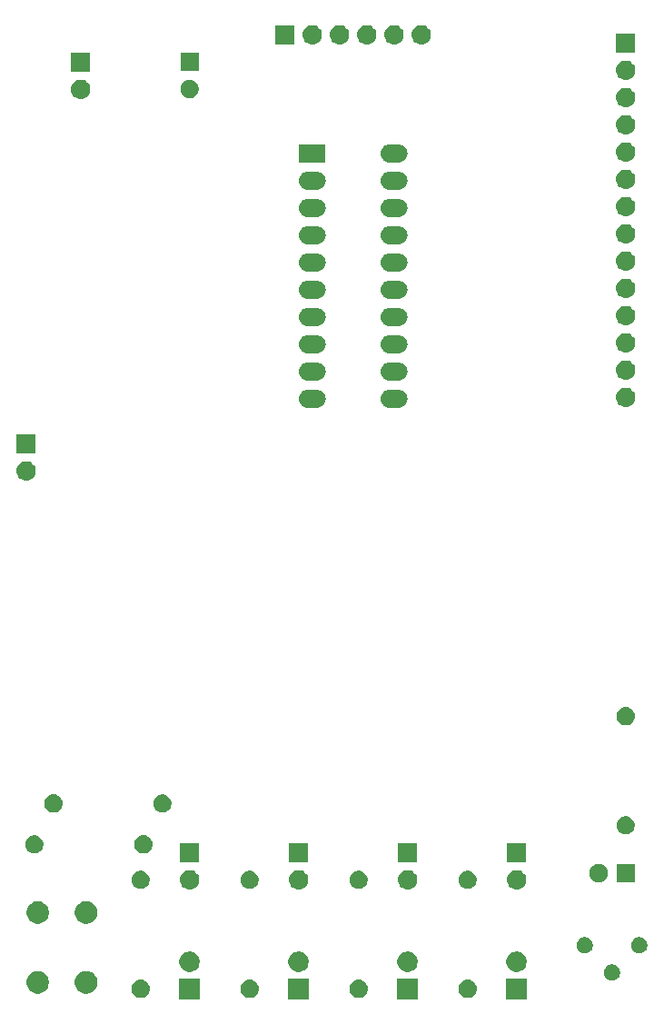
<source format=gbr>
G04 #@! TF.GenerationSoftware,KiCad,Pcbnew,(5.1.4)-1*
G04 #@! TF.CreationDate,2020-05-29T20:32:19+02:00*
G04 #@! TF.ProjectId,MicroChip PICKit 3 Demo Board,4d696372-6f43-4686-9970-205049434b69,v01*
G04 #@! TF.SameCoordinates,Original*
G04 #@! TF.FileFunction,Soldermask,Bot*
G04 #@! TF.FilePolarity,Negative*
%FSLAX46Y46*%
G04 Gerber Fmt 4.6, Leading zero omitted, Abs format (unit mm)*
G04 Created by KiCad (PCBNEW (5.1.4)-1) date 2020-05-29 20:32:19*
%MOMM*%
%LPD*%
G04 APERTURE LIST*
%ADD10C,0.100000*%
G04 APERTURE END LIST*
D10*
G36*
X122871000Y-130491000D02*
G01*
X120969000Y-130491000D01*
X120969000Y-128589000D01*
X122871000Y-128589000D01*
X122871000Y-130491000D01*
X122871000Y-130491000D01*
G37*
G36*
X133031000Y-130491000D02*
G01*
X131129000Y-130491000D01*
X131129000Y-128589000D01*
X133031000Y-128589000D01*
X133031000Y-130491000D01*
X133031000Y-130491000D01*
G37*
G36*
X143191000Y-130491000D02*
G01*
X141289000Y-130491000D01*
X141289000Y-128589000D01*
X143191000Y-128589000D01*
X143191000Y-130491000D01*
X143191000Y-130491000D01*
G37*
G36*
X112711000Y-130491000D02*
G01*
X110809000Y-130491000D01*
X110809000Y-128589000D01*
X112711000Y-128589000D01*
X112711000Y-130491000D01*
X112711000Y-130491000D01*
G37*
G36*
X107354823Y-128701313D02*
G01*
X107515242Y-128749976D01*
X107647906Y-128820886D01*
X107663078Y-128828996D01*
X107792659Y-128935341D01*
X107899004Y-129064922D01*
X107899005Y-129064924D01*
X107978024Y-129212758D01*
X108026687Y-129373177D01*
X108043117Y-129540000D01*
X108026687Y-129706823D01*
X107978024Y-129867242D01*
X107939877Y-129938610D01*
X107899004Y-130015078D01*
X107792659Y-130144659D01*
X107663078Y-130251004D01*
X107663076Y-130251005D01*
X107515242Y-130330024D01*
X107354823Y-130378687D01*
X107229804Y-130391000D01*
X107146196Y-130391000D01*
X107021177Y-130378687D01*
X106860758Y-130330024D01*
X106712924Y-130251005D01*
X106712922Y-130251004D01*
X106583341Y-130144659D01*
X106476996Y-130015078D01*
X106436123Y-129938610D01*
X106397976Y-129867242D01*
X106349313Y-129706823D01*
X106332883Y-129540000D01*
X106349313Y-129373177D01*
X106397976Y-129212758D01*
X106476995Y-129064924D01*
X106476996Y-129064922D01*
X106583341Y-128935341D01*
X106712922Y-128828996D01*
X106728094Y-128820886D01*
X106860758Y-128749976D01*
X107021177Y-128701313D01*
X107146196Y-128689000D01*
X107229804Y-128689000D01*
X107354823Y-128701313D01*
X107354823Y-128701313D01*
G37*
G36*
X137834823Y-128701313D02*
G01*
X137995242Y-128749976D01*
X138127906Y-128820886D01*
X138143078Y-128828996D01*
X138272659Y-128935341D01*
X138379004Y-129064922D01*
X138379005Y-129064924D01*
X138458024Y-129212758D01*
X138506687Y-129373177D01*
X138523117Y-129540000D01*
X138506687Y-129706823D01*
X138458024Y-129867242D01*
X138419877Y-129938610D01*
X138379004Y-130015078D01*
X138272659Y-130144659D01*
X138143078Y-130251004D01*
X138143076Y-130251005D01*
X137995242Y-130330024D01*
X137834823Y-130378687D01*
X137709804Y-130391000D01*
X137626196Y-130391000D01*
X137501177Y-130378687D01*
X137340758Y-130330024D01*
X137192924Y-130251005D01*
X137192922Y-130251004D01*
X137063341Y-130144659D01*
X136956996Y-130015078D01*
X136916123Y-129938610D01*
X136877976Y-129867242D01*
X136829313Y-129706823D01*
X136812883Y-129540000D01*
X136829313Y-129373177D01*
X136877976Y-129212758D01*
X136956995Y-129064924D01*
X136956996Y-129064922D01*
X137063341Y-128935341D01*
X137192922Y-128828996D01*
X137208094Y-128820886D01*
X137340758Y-128749976D01*
X137501177Y-128701313D01*
X137626196Y-128689000D01*
X137709804Y-128689000D01*
X137834823Y-128701313D01*
X137834823Y-128701313D01*
G37*
G36*
X127674823Y-128701313D02*
G01*
X127835242Y-128749976D01*
X127967906Y-128820886D01*
X127983078Y-128828996D01*
X128112659Y-128935341D01*
X128219004Y-129064922D01*
X128219005Y-129064924D01*
X128298024Y-129212758D01*
X128346687Y-129373177D01*
X128363117Y-129540000D01*
X128346687Y-129706823D01*
X128298024Y-129867242D01*
X128259877Y-129938610D01*
X128219004Y-130015078D01*
X128112659Y-130144659D01*
X127983078Y-130251004D01*
X127983076Y-130251005D01*
X127835242Y-130330024D01*
X127674823Y-130378687D01*
X127549804Y-130391000D01*
X127466196Y-130391000D01*
X127341177Y-130378687D01*
X127180758Y-130330024D01*
X127032924Y-130251005D01*
X127032922Y-130251004D01*
X126903341Y-130144659D01*
X126796996Y-130015078D01*
X126756123Y-129938610D01*
X126717976Y-129867242D01*
X126669313Y-129706823D01*
X126652883Y-129540000D01*
X126669313Y-129373177D01*
X126717976Y-129212758D01*
X126796995Y-129064924D01*
X126796996Y-129064922D01*
X126903341Y-128935341D01*
X127032922Y-128828996D01*
X127048094Y-128820886D01*
X127180758Y-128749976D01*
X127341177Y-128701313D01*
X127466196Y-128689000D01*
X127549804Y-128689000D01*
X127674823Y-128701313D01*
X127674823Y-128701313D01*
G37*
G36*
X117514823Y-128701313D02*
G01*
X117675242Y-128749976D01*
X117807906Y-128820886D01*
X117823078Y-128828996D01*
X117952659Y-128935341D01*
X118059004Y-129064922D01*
X118059005Y-129064924D01*
X118138024Y-129212758D01*
X118186687Y-129373177D01*
X118203117Y-129540000D01*
X118186687Y-129706823D01*
X118138024Y-129867242D01*
X118099877Y-129938610D01*
X118059004Y-130015078D01*
X117952659Y-130144659D01*
X117823078Y-130251004D01*
X117823076Y-130251005D01*
X117675242Y-130330024D01*
X117514823Y-130378687D01*
X117389804Y-130391000D01*
X117306196Y-130391000D01*
X117181177Y-130378687D01*
X117020758Y-130330024D01*
X116872924Y-130251005D01*
X116872922Y-130251004D01*
X116743341Y-130144659D01*
X116636996Y-130015078D01*
X116596123Y-129938610D01*
X116557976Y-129867242D01*
X116509313Y-129706823D01*
X116492883Y-129540000D01*
X116509313Y-129373177D01*
X116557976Y-129212758D01*
X116636995Y-129064924D01*
X116636996Y-129064922D01*
X116743341Y-128935341D01*
X116872922Y-128828996D01*
X116888094Y-128820886D01*
X117020758Y-128749976D01*
X117181177Y-128701313D01*
X117306196Y-128689000D01*
X117389804Y-128689000D01*
X117514823Y-128701313D01*
X117514823Y-128701313D01*
G37*
G36*
X102414564Y-127917389D02*
G01*
X102605833Y-127996615D01*
X102605835Y-127996616D01*
X102777973Y-128111635D01*
X102924365Y-128258027D01*
X103006671Y-128381206D01*
X103039385Y-128430167D01*
X103118611Y-128621436D01*
X103159000Y-128824484D01*
X103159000Y-129031516D01*
X103118611Y-129234564D01*
X103039385Y-129425833D01*
X103039384Y-129425835D01*
X102924365Y-129597973D01*
X102777973Y-129744365D01*
X102605835Y-129859384D01*
X102605834Y-129859385D01*
X102605833Y-129859385D01*
X102414564Y-129938611D01*
X102211516Y-129979000D01*
X102004484Y-129979000D01*
X101801436Y-129938611D01*
X101610167Y-129859385D01*
X101610166Y-129859385D01*
X101610165Y-129859384D01*
X101438027Y-129744365D01*
X101291635Y-129597973D01*
X101176616Y-129425835D01*
X101176615Y-129425833D01*
X101097389Y-129234564D01*
X101057000Y-129031516D01*
X101057000Y-128824484D01*
X101097389Y-128621436D01*
X101176615Y-128430167D01*
X101209330Y-128381206D01*
X101291635Y-128258027D01*
X101438027Y-128111635D01*
X101610165Y-127996616D01*
X101610167Y-127996615D01*
X101801436Y-127917389D01*
X102004484Y-127877000D01*
X102211516Y-127877000D01*
X102414564Y-127917389D01*
X102414564Y-127917389D01*
G37*
G36*
X97914564Y-127917389D02*
G01*
X98105833Y-127996615D01*
X98105835Y-127996616D01*
X98277973Y-128111635D01*
X98424365Y-128258027D01*
X98506671Y-128381206D01*
X98539385Y-128430167D01*
X98618611Y-128621436D01*
X98659000Y-128824484D01*
X98659000Y-129031516D01*
X98618611Y-129234564D01*
X98539385Y-129425833D01*
X98539384Y-129425835D01*
X98424365Y-129597973D01*
X98277973Y-129744365D01*
X98105835Y-129859384D01*
X98105834Y-129859385D01*
X98105833Y-129859385D01*
X97914564Y-129938611D01*
X97711516Y-129979000D01*
X97504484Y-129979000D01*
X97301436Y-129938611D01*
X97110167Y-129859385D01*
X97110166Y-129859385D01*
X97110165Y-129859384D01*
X96938027Y-129744365D01*
X96791635Y-129597973D01*
X96676616Y-129425835D01*
X96676615Y-129425833D01*
X96597389Y-129234564D01*
X96557000Y-129031516D01*
X96557000Y-128824484D01*
X96597389Y-128621436D01*
X96676615Y-128430167D01*
X96709330Y-128381206D01*
X96791635Y-128258027D01*
X96938027Y-128111635D01*
X97110165Y-127996616D01*
X97110167Y-127996615D01*
X97301436Y-127917389D01*
X97504484Y-127877000D01*
X97711516Y-127877000D01*
X97914564Y-127917389D01*
X97914564Y-127917389D01*
G37*
G36*
X151255589Y-127254876D02*
G01*
X151354893Y-127274629D01*
X151495206Y-127332748D01*
X151621484Y-127417125D01*
X151728875Y-127524516D01*
X151813252Y-127650794D01*
X151871371Y-127791107D01*
X151901000Y-127940063D01*
X151901000Y-128091937D01*
X151871371Y-128240893D01*
X151813252Y-128381206D01*
X151728875Y-128507484D01*
X151621484Y-128614875D01*
X151495206Y-128699252D01*
X151354893Y-128757371D01*
X151255589Y-128777124D01*
X151205938Y-128787000D01*
X151054062Y-128787000D01*
X151004411Y-128777124D01*
X150905107Y-128757371D01*
X150764794Y-128699252D01*
X150638516Y-128614875D01*
X150531125Y-128507484D01*
X150446748Y-128381206D01*
X150388629Y-128240893D01*
X150359000Y-128091937D01*
X150359000Y-127940063D01*
X150388629Y-127791107D01*
X150446748Y-127650794D01*
X150531125Y-127524516D01*
X150638516Y-127417125D01*
X150764794Y-127332748D01*
X150905107Y-127274629D01*
X151004411Y-127254876D01*
X151054062Y-127245000D01*
X151205938Y-127245000D01*
X151255589Y-127254876D01*
X151255589Y-127254876D01*
G37*
G36*
X142517395Y-126085546D02*
G01*
X142690466Y-126157234D01*
X142690467Y-126157235D01*
X142846227Y-126261310D01*
X142978690Y-126393773D01*
X142978691Y-126393775D01*
X143082766Y-126549534D01*
X143154454Y-126722605D01*
X143191000Y-126906333D01*
X143191000Y-127093667D01*
X143154454Y-127277395D01*
X143082766Y-127450466D01*
X143082765Y-127450467D01*
X142978690Y-127606227D01*
X142846227Y-127738690D01*
X142767818Y-127791081D01*
X142690466Y-127842766D01*
X142517395Y-127914454D01*
X142333667Y-127951000D01*
X142146333Y-127951000D01*
X141962605Y-127914454D01*
X141789534Y-127842766D01*
X141712182Y-127791081D01*
X141633773Y-127738690D01*
X141501310Y-127606227D01*
X141397235Y-127450467D01*
X141397234Y-127450466D01*
X141325546Y-127277395D01*
X141289000Y-127093667D01*
X141289000Y-126906333D01*
X141325546Y-126722605D01*
X141397234Y-126549534D01*
X141501309Y-126393775D01*
X141501310Y-126393773D01*
X141633773Y-126261310D01*
X141789533Y-126157235D01*
X141789534Y-126157234D01*
X141962605Y-126085546D01*
X142146333Y-126049000D01*
X142333667Y-126049000D01*
X142517395Y-126085546D01*
X142517395Y-126085546D01*
G37*
G36*
X112037395Y-126085546D02*
G01*
X112210466Y-126157234D01*
X112210467Y-126157235D01*
X112366227Y-126261310D01*
X112498690Y-126393773D01*
X112498691Y-126393775D01*
X112602766Y-126549534D01*
X112674454Y-126722605D01*
X112711000Y-126906333D01*
X112711000Y-127093667D01*
X112674454Y-127277395D01*
X112602766Y-127450466D01*
X112602765Y-127450467D01*
X112498690Y-127606227D01*
X112366227Y-127738690D01*
X112287818Y-127791081D01*
X112210466Y-127842766D01*
X112037395Y-127914454D01*
X111853667Y-127951000D01*
X111666333Y-127951000D01*
X111482605Y-127914454D01*
X111309534Y-127842766D01*
X111232182Y-127791081D01*
X111153773Y-127738690D01*
X111021310Y-127606227D01*
X110917235Y-127450467D01*
X110917234Y-127450466D01*
X110845546Y-127277395D01*
X110809000Y-127093667D01*
X110809000Y-126906333D01*
X110845546Y-126722605D01*
X110917234Y-126549534D01*
X111021309Y-126393775D01*
X111021310Y-126393773D01*
X111153773Y-126261310D01*
X111309533Y-126157235D01*
X111309534Y-126157234D01*
X111482605Y-126085546D01*
X111666333Y-126049000D01*
X111853667Y-126049000D01*
X112037395Y-126085546D01*
X112037395Y-126085546D01*
G37*
G36*
X132357395Y-126085546D02*
G01*
X132530466Y-126157234D01*
X132530467Y-126157235D01*
X132686227Y-126261310D01*
X132818690Y-126393773D01*
X132818691Y-126393775D01*
X132922766Y-126549534D01*
X132994454Y-126722605D01*
X133031000Y-126906333D01*
X133031000Y-127093667D01*
X132994454Y-127277395D01*
X132922766Y-127450466D01*
X132922765Y-127450467D01*
X132818690Y-127606227D01*
X132686227Y-127738690D01*
X132607818Y-127791081D01*
X132530466Y-127842766D01*
X132357395Y-127914454D01*
X132173667Y-127951000D01*
X131986333Y-127951000D01*
X131802605Y-127914454D01*
X131629534Y-127842766D01*
X131552182Y-127791081D01*
X131473773Y-127738690D01*
X131341310Y-127606227D01*
X131237235Y-127450467D01*
X131237234Y-127450466D01*
X131165546Y-127277395D01*
X131129000Y-127093667D01*
X131129000Y-126906333D01*
X131165546Y-126722605D01*
X131237234Y-126549534D01*
X131341309Y-126393775D01*
X131341310Y-126393773D01*
X131473773Y-126261310D01*
X131629533Y-126157235D01*
X131629534Y-126157234D01*
X131802605Y-126085546D01*
X131986333Y-126049000D01*
X132173667Y-126049000D01*
X132357395Y-126085546D01*
X132357395Y-126085546D01*
G37*
G36*
X122197395Y-126085546D02*
G01*
X122370466Y-126157234D01*
X122370467Y-126157235D01*
X122526227Y-126261310D01*
X122658690Y-126393773D01*
X122658691Y-126393775D01*
X122762766Y-126549534D01*
X122834454Y-126722605D01*
X122871000Y-126906333D01*
X122871000Y-127093667D01*
X122834454Y-127277395D01*
X122762766Y-127450466D01*
X122762765Y-127450467D01*
X122658690Y-127606227D01*
X122526227Y-127738690D01*
X122447818Y-127791081D01*
X122370466Y-127842766D01*
X122197395Y-127914454D01*
X122013667Y-127951000D01*
X121826333Y-127951000D01*
X121642605Y-127914454D01*
X121469534Y-127842766D01*
X121392182Y-127791081D01*
X121313773Y-127738690D01*
X121181310Y-127606227D01*
X121077235Y-127450467D01*
X121077234Y-127450466D01*
X121005546Y-127277395D01*
X120969000Y-127093667D01*
X120969000Y-126906333D01*
X121005546Y-126722605D01*
X121077234Y-126549534D01*
X121181309Y-126393775D01*
X121181310Y-126393773D01*
X121313773Y-126261310D01*
X121469533Y-126157235D01*
X121469534Y-126157234D01*
X121642605Y-126085546D01*
X121826333Y-126049000D01*
X122013667Y-126049000D01*
X122197395Y-126085546D01*
X122197395Y-126085546D01*
G37*
G36*
X148715589Y-124714876D02*
G01*
X148814893Y-124734629D01*
X148955206Y-124792748D01*
X149081484Y-124877125D01*
X149188875Y-124984516D01*
X149273252Y-125110794D01*
X149331371Y-125251107D01*
X149361000Y-125400063D01*
X149361000Y-125551937D01*
X149331371Y-125700893D01*
X149273252Y-125841206D01*
X149188875Y-125967484D01*
X149081484Y-126074875D01*
X148955206Y-126159252D01*
X148814893Y-126217371D01*
X148715589Y-126237124D01*
X148665938Y-126247000D01*
X148514062Y-126247000D01*
X148464411Y-126237124D01*
X148365107Y-126217371D01*
X148224794Y-126159252D01*
X148098516Y-126074875D01*
X147991125Y-125967484D01*
X147906748Y-125841206D01*
X147848629Y-125700893D01*
X147819000Y-125551937D01*
X147819000Y-125400063D01*
X147848629Y-125251107D01*
X147906748Y-125110794D01*
X147991125Y-124984516D01*
X148098516Y-124877125D01*
X148224794Y-124792748D01*
X148365107Y-124734629D01*
X148464411Y-124714876D01*
X148514062Y-124705000D01*
X148665938Y-124705000D01*
X148715589Y-124714876D01*
X148715589Y-124714876D01*
G37*
G36*
X153795589Y-124714876D02*
G01*
X153894893Y-124734629D01*
X154035206Y-124792748D01*
X154161484Y-124877125D01*
X154268875Y-124984516D01*
X154353252Y-125110794D01*
X154411371Y-125251107D01*
X154441000Y-125400063D01*
X154441000Y-125551937D01*
X154411371Y-125700893D01*
X154353252Y-125841206D01*
X154268875Y-125967484D01*
X154161484Y-126074875D01*
X154035206Y-126159252D01*
X153894893Y-126217371D01*
X153795589Y-126237124D01*
X153745938Y-126247000D01*
X153594062Y-126247000D01*
X153544411Y-126237124D01*
X153445107Y-126217371D01*
X153304794Y-126159252D01*
X153178516Y-126074875D01*
X153071125Y-125967484D01*
X152986748Y-125841206D01*
X152928629Y-125700893D01*
X152899000Y-125551937D01*
X152899000Y-125400063D01*
X152928629Y-125251107D01*
X152986748Y-125110794D01*
X153071125Y-124984516D01*
X153178516Y-124877125D01*
X153304794Y-124792748D01*
X153445107Y-124734629D01*
X153544411Y-124714876D01*
X153594062Y-124705000D01*
X153745938Y-124705000D01*
X153795589Y-124714876D01*
X153795589Y-124714876D01*
G37*
G36*
X102414564Y-121417389D02*
G01*
X102605833Y-121496615D01*
X102605835Y-121496616D01*
X102777973Y-121611635D01*
X102924365Y-121758027D01*
X103039385Y-121930167D01*
X103118611Y-122121436D01*
X103159000Y-122324484D01*
X103159000Y-122531516D01*
X103118611Y-122734564D01*
X103039385Y-122925833D01*
X103039384Y-122925835D01*
X102924365Y-123097973D01*
X102777973Y-123244365D01*
X102605835Y-123359384D01*
X102605834Y-123359385D01*
X102605833Y-123359385D01*
X102414564Y-123438611D01*
X102211516Y-123479000D01*
X102004484Y-123479000D01*
X101801436Y-123438611D01*
X101610167Y-123359385D01*
X101610166Y-123359385D01*
X101610165Y-123359384D01*
X101438027Y-123244365D01*
X101291635Y-123097973D01*
X101176616Y-122925835D01*
X101176615Y-122925833D01*
X101097389Y-122734564D01*
X101057000Y-122531516D01*
X101057000Y-122324484D01*
X101097389Y-122121436D01*
X101176615Y-121930167D01*
X101291635Y-121758027D01*
X101438027Y-121611635D01*
X101610165Y-121496616D01*
X101610167Y-121496615D01*
X101801436Y-121417389D01*
X102004484Y-121377000D01*
X102211516Y-121377000D01*
X102414564Y-121417389D01*
X102414564Y-121417389D01*
G37*
G36*
X97914564Y-121417389D02*
G01*
X98105833Y-121496615D01*
X98105835Y-121496616D01*
X98277973Y-121611635D01*
X98424365Y-121758027D01*
X98539385Y-121930167D01*
X98618611Y-122121436D01*
X98659000Y-122324484D01*
X98659000Y-122531516D01*
X98618611Y-122734564D01*
X98539385Y-122925833D01*
X98539384Y-122925835D01*
X98424365Y-123097973D01*
X98277973Y-123244365D01*
X98105835Y-123359384D01*
X98105834Y-123359385D01*
X98105833Y-123359385D01*
X97914564Y-123438611D01*
X97711516Y-123479000D01*
X97504484Y-123479000D01*
X97301436Y-123438611D01*
X97110167Y-123359385D01*
X97110166Y-123359385D01*
X97110165Y-123359384D01*
X96938027Y-123244365D01*
X96791635Y-123097973D01*
X96676616Y-122925835D01*
X96676615Y-122925833D01*
X96597389Y-122734564D01*
X96557000Y-122531516D01*
X96557000Y-122324484D01*
X96597389Y-122121436D01*
X96676615Y-121930167D01*
X96791635Y-121758027D01*
X96938027Y-121611635D01*
X97110165Y-121496616D01*
X97110167Y-121496615D01*
X97301436Y-121417389D01*
X97504484Y-121377000D01*
X97711516Y-121377000D01*
X97914564Y-121417389D01*
X97914564Y-121417389D01*
G37*
G36*
X122030442Y-118485518D02*
G01*
X122096627Y-118492037D01*
X122266466Y-118543557D01*
X122422991Y-118627222D01*
X122458729Y-118656552D01*
X122560186Y-118739814D01*
X122633226Y-118828815D01*
X122672778Y-118877009D01*
X122756443Y-119033534D01*
X122807963Y-119203373D01*
X122825359Y-119380000D01*
X122807963Y-119556627D01*
X122756443Y-119726466D01*
X122672778Y-119882991D01*
X122643448Y-119918729D01*
X122560186Y-120020186D01*
X122458729Y-120103448D01*
X122422991Y-120132778D01*
X122266466Y-120216443D01*
X122096627Y-120267963D01*
X122030442Y-120274482D01*
X121964260Y-120281000D01*
X121875740Y-120281000D01*
X121809558Y-120274482D01*
X121743373Y-120267963D01*
X121573534Y-120216443D01*
X121417009Y-120132778D01*
X121381271Y-120103448D01*
X121279814Y-120020186D01*
X121196552Y-119918729D01*
X121167222Y-119882991D01*
X121083557Y-119726466D01*
X121032037Y-119556627D01*
X121014641Y-119380000D01*
X121032037Y-119203373D01*
X121083557Y-119033534D01*
X121167222Y-118877009D01*
X121206774Y-118828815D01*
X121279814Y-118739814D01*
X121381271Y-118656552D01*
X121417009Y-118627222D01*
X121573534Y-118543557D01*
X121743373Y-118492037D01*
X121809558Y-118485518D01*
X121875740Y-118479000D01*
X121964260Y-118479000D01*
X122030442Y-118485518D01*
X122030442Y-118485518D01*
G37*
G36*
X132190442Y-118485518D02*
G01*
X132256627Y-118492037D01*
X132426466Y-118543557D01*
X132582991Y-118627222D01*
X132618729Y-118656552D01*
X132720186Y-118739814D01*
X132793226Y-118828815D01*
X132832778Y-118877009D01*
X132916443Y-119033534D01*
X132967963Y-119203373D01*
X132985359Y-119380000D01*
X132967963Y-119556627D01*
X132916443Y-119726466D01*
X132832778Y-119882991D01*
X132803448Y-119918729D01*
X132720186Y-120020186D01*
X132618729Y-120103448D01*
X132582991Y-120132778D01*
X132426466Y-120216443D01*
X132256627Y-120267963D01*
X132190442Y-120274482D01*
X132124260Y-120281000D01*
X132035740Y-120281000D01*
X131969558Y-120274482D01*
X131903373Y-120267963D01*
X131733534Y-120216443D01*
X131577009Y-120132778D01*
X131541271Y-120103448D01*
X131439814Y-120020186D01*
X131356552Y-119918729D01*
X131327222Y-119882991D01*
X131243557Y-119726466D01*
X131192037Y-119556627D01*
X131174641Y-119380000D01*
X131192037Y-119203373D01*
X131243557Y-119033534D01*
X131327222Y-118877009D01*
X131366774Y-118828815D01*
X131439814Y-118739814D01*
X131541271Y-118656552D01*
X131577009Y-118627222D01*
X131733534Y-118543557D01*
X131903373Y-118492037D01*
X131969558Y-118485518D01*
X132035740Y-118479000D01*
X132124260Y-118479000D01*
X132190442Y-118485518D01*
X132190442Y-118485518D01*
G37*
G36*
X142350442Y-118485518D02*
G01*
X142416627Y-118492037D01*
X142586466Y-118543557D01*
X142742991Y-118627222D01*
X142778729Y-118656552D01*
X142880186Y-118739814D01*
X142953226Y-118828815D01*
X142992778Y-118877009D01*
X143076443Y-119033534D01*
X143127963Y-119203373D01*
X143145359Y-119380000D01*
X143127963Y-119556627D01*
X143076443Y-119726466D01*
X142992778Y-119882991D01*
X142963448Y-119918729D01*
X142880186Y-120020186D01*
X142778729Y-120103448D01*
X142742991Y-120132778D01*
X142586466Y-120216443D01*
X142416627Y-120267963D01*
X142350442Y-120274482D01*
X142284260Y-120281000D01*
X142195740Y-120281000D01*
X142129558Y-120274482D01*
X142063373Y-120267963D01*
X141893534Y-120216443D01*
X141737009Y-120132778D01*
X141701271Y-120103448D01*
X141599814Y-120020186D01*
X141516552Y-119918729D01*
X141487222Y-119882991D01*
X141403557Y-119726466D01*
X141352037Y-119556627D01*
X141334641Y-119380000D01*
X141352037Y-119203373D01*
X141403557Y-119033534D01*
X141487222Y-118877009D01*
X141526774Y-118828815D01*
X141599814Y-118739814D01*
X141701271Y-118656552D01*
X141737009Y-118627222D01*
X141893534Y-118543557D01*
X142063373Y-118492037D01*
X142129558Y-118485518D01*
X142195740Y-118479000D01*
X142284260Y-118479000D01*
X142350442Y-118485518D01*
X142350442Y-118485518D01*
G37*
G36*
X111870442Y-118485518D02*
G01*
X111936627Y-118492037D01*
X112106466Y-118543557D01*
X112262991Y-118627222D01*
X112298729Y-118656552D01*
X112400186Y-118739814D01*
X112473226Y-118828815D01*
X112512778Y-118877009D01*
X112596443Y-119033534D01*
X112647963Y-119203373D01*
X112665359Y-119380000D01*
X112647963Y-119556627D01*
X112596443Y-119726466D01*
X112512778Y-119882991D01*
X112483448Y-119918729D01*
X112400186Y-120020186D01*
X112298729Y-120103448D01*
X112262991Y-120132778D01*
X112106466Y-120216443D01*
X111936627Y-120267963D01*
X111870442Y-120274482D01*
X111804260Y-120281000D01*
X111715740Y-120281000D01*
X111649558Y-120274482D01*
X111583373Y-120267963D01*
X111413534Y-120216443D01*
X111257009Y-120132778D01*
X111221271Y-120103448D01*
X111119814Y-120020186D01*
X111036552Y-119918729D01*
X111007222Y-119882991D01*
X110923557Y-119726466D01*
X110872037Y-119556627D01*
X110854641Y-119380000D01*
X110872037Y-119203373D01*
X110923557Y-119033534D01*
X111007222Y-118877009D01*
X111046774Y-118828815D01*
X111119814Y-118739814D01*
X111221271Y-118656552D01*
X111257009Y-118627222D01*
X111413534Y-118543557D01*
X111583373Y-118492037D01*
X111649558Y-118485518D01*
X111715740Y-118479000D01*
X111804260Y-118479000D01*
X111870442Y-118485518D01*
X111870442Y-118485518D01*
G37*
G36*
X137916228Y-118561703D02*
G01*
X138071100Y-118625853D01*
X138210481Y-118718985D01*
X138329015Y-118837519D01*
X138422147Y-118976900D01*
X138486297Y-119131772D01*
X138519000Y-119296184D01*
X138519000Y-119463816D01*
X138486297Y-119628228D01*
X138422147Y-119783100D01*
X138329015Y-119922481D01*
X138210481Y-120041015D01*
X138071100Y-120134147D01*
X137916228Y-120198297D01*
X137751816Y-120231000D01*
X137584184Y-120231000D01*
X137419772Y-120198297D01*
X137264900Y-120134147D01*
X137125519Y-120041015D01*
X137006985Y-119922481D01*
X136913853Y-119783100D01*
X136849703Y-119628228D01*
X136817000Y-119463816D01*
X136817000Y-119296184D01*
X136849703Y-119131772D01*
X136913853Y-118976900D01*
X137006985Y-118837519D01*
X137125519Y-118718985D01*
X137264900Y-118625853D01*
X137419772Y-118561703D01*
X137584184Y-118529000D01*
X137751816Y-118529000D01*
X137916228Y-118561703D01*
X137916228Y-118561703D01*
G37*
G36*
X117596228Y-118561703D02*
G01*
X117751100Y-118625853D01*
X117890481Y-118718985D01*
X118009015Y-118837519D01*
X118102147Y-118976900D01*
X118166297Y-119131772D01*
X118199000Y-119296184D01*
X118199000Y-119463816D01*
X118166297Y-119628228D01*
X118102147Y-119783100D01*
X118009015Y-119922481D01*
X117890481Y-120041015D01*
X117751100Y-120134147D01*
X117596228Y-120198297D01*
X117431816Y-120231000D01*
X117264184Y-120231000D01*
X117099772Y-120198297D01*
X116944900Y-120134147D01*
X116805519Y-120041015D01*
X116686985Y-119922481D01*
X116593853Y-119783100D01*
X116529703Y-119628228D01*
X116497000Y-119463816D01*
X116497000Y-119296184D01*
X116529703Y-119131772D01*
X116593853Y-118976900D01*
X116686985Y-118837519D01*
X116805519Y-118718985D01*
X116944900Y-118625853D01*
X117099772Y-118561703D01*
X117264184Y-118529000D01*
X117431816Y-118529000D01*
X117596228Y-118561703D01*
X117596228Y-118561703D01*
G37*
G36*
X127756228Y-118561703D02*
G01*
X127911100Y-118625853D01*
X128050481Y-118718985D01*
X128169015Y-118837519D01*
X128262147Y-118976900D01*
X128326297Y-119131772D01*
X128359000Y-119296184D01*
X128359000Y-119463816D01*
X128326297Y-119628228D01*
X128262147Y-119783100D01*
X128169015Y-119922481D01*
X128050481Y-120041015D01*
X127911100Y-120134147D01*
X127756228Y-120198297D01*
X127591816Y-120231000D01*
X127424184Y-120231000D01*
X127259772Y-120198297D01*
X127104900Y-120134147D01*
X126965519Y-120041015D01*
X126846985Y-119922481D01*
X126753853Y-119783100D01*
X126689703Y-119628228D01*
X126657000Y-119463816D01*
X126657000Y-119296184D01*
X126689703Y-119131772D01*
X126753853Y-118976900D01*
X126846985Y-118837519D01*
X126965519Y-118718985D01*
X127104900Y-118625853D01*
X127259772Y-118561703D01*
X127424184Y-118529000D01*
X127591816Y-118529000D01*
X127756228Y-118561703D01*
X127756228Y-118561703D01*
G37*
G36*
X107436228Y-118561703D02*
G01*
X107591100Y-118625853D01*
X107730481Y-118718985D01*
X107849015Y-118837519D01*
X107942147Y-118976900D01*
X108006297Y-119131772D01*
X108039000Y-119296184D01*
X108039000Y-119463816D01*
X108006297Y-119628228D01*
X107942147Y-119783100D01*
X107849015Y-119922481D01*
X107730481Y-120041015D01*
X107591100Y-120134147D01*
X107436228Y-120198297D01*
X107271816Y-120231000D01*
X107104184Y-120231000D01*
X106939772Y-120198297D01*
X106784900Y-120134147D01*
X106645519Y-120041015D01*
X106526985Y-119922481D01*
X106433853Y-119783100D01*
X106369703Y-119628228D01*
X106337000Y-119463816D01*
X106337000Y-119296184D01*
X106369703Y-119131772D01*
X106433853Y-118976900D01*
X106526985Y-118837519D01*
X106645519Y-118718985D01*
X106784900Y-118625853D01*
X106939772Y-118561703D01*
X107104184Y-118529000D01*
X107271816Y-118529000D01*
X107436228Y-118561703D01*
X107436228Y-118561703D01*
G37*
G36*
X153251000Y-119596000D02*
G01*
X151549000Y-119596000D01*
X151549000Y-117894000D01*
X153251000Y-117894000D01*
X153251000Y-119596000D01*
X153251000Y-119596000D01*
G37*
G36*
X150148228Y-117926703D02*
G01*
X150303100Y-117990853D01*
X150442481Y-118083985D01*
X150561015Y-118202519D01*
X150654147Y-118341900D01*
X150718297Y-118496772D01*
X150751000Y-118661184D01*
X150751000Y-118828816D01*
X150718297Y-118993228D01*
X150654147Y-119148100D01*
X150561015Y-119287481D01*
X150442481Y-119406015D01*
X150303100Y-119499147D01*
X150148228Y-119563297D01*
X149983816Y-119596000D01*
X149816184Y-119596000D01*
X149651772Y-119563297D01*
X149496900Y-119499147D01*
X149357519Y-119406015D01*
X149238985Y-119287481D01*
X149145853Y-119148100D01*
X149081703Y-118993228D01*
X149049000Y-118828816D01*
X149049000Y-118661184D01*
X149081703Y-118496772D01*
X149145853Y-118341900D01*
X149238985Y-118202519D01*
X149357519Y-118083985D01*
X149496900Y-117990853D01*
X149651772Y-117926703D01*
X149816184Y-117894000D01*
X149983816Y-117894000D01*
X150148228Y-117926703D01*
X150148228Y-117926703D01*
G37*
G36*
X122821000Y-117741000D02*
G01*
X121019000Y-117741000D01*
X121019000Y-115939000D01*
X122821000Y-115939000D01*
X122821000Y-117741000D01*
X122821000Y-117741000D01*
G37*
G36*
X132981000Y-117741000D02*
G01*
X131179000Y-117741000D01*
X131179000Y-115939000D01*
X132981000Y-115939000D01*
X132981000Y-117741000D01*
X132981000Y-117741000D01*
G37*
G36*
X112661000Y-117741000D02*
G01*
X110859000Y-117741000D01*
X110859000Y-115939000D01*
X112661000Y-115939000D01*
X112661000Y-117741000D01*
X112661000Y-117741000D01*
G37*
G36*
X143141000Y-117741000D02*
G01*
X141339000Y-117741000D01*
X141339000Y-115939000D01*
X143141000Y-115939000D01*
X143141000Y-117741000D01*
X143141000Y-117741000D01*
G37*
G36*
X107608823Y-115239313D02*
G01*
X107769242Y-115287976D01*
X107836361Y-115323852D01*
X107917078Y-115366996D01*
X108046659Y-115473341D01*
X108153004Y-115602922D01*
X108153005Y-115602924D01*
X108232024Y-115750758D01*
X108280687Y-115911177D01*
X108297117Y-116078000D01*
X108280687Y-116244823D01*
X108232024Y-116405242D01*
X108191477Y-116481100D01*
X108153004Y-116553078D01*
X108046659Y-116682659D01*
X107917078Y-116789004D01*
X107917076Y-116789005D01*
X107769242Y-116868024D01*
X107608823Y-116916687D01*
X107483804Y-116929000D01*
X107400196Y-116929000D01*
X107275177Y-116916687D01*
X107114758Y-116868024D01*
X106966924Y-116789005D01*
X106966922Y-116789004D01*
X106837341Y-116682659D01*
X106730996Y-116553078D01*
X106692523Y-116481100D01*
X106651976Y-116405242D01*
X106603313Y-116244823D01*
X106586883Y-116078000D01*
X106603313Y-115911177D01*
X106651976Y-115750758D01*
X106730995Y-115602924D01*
X106730996Y-115602922D01*
X106837341Y-115473341D01*
X106966922Y-115366996D01*
X107047639Y-115323852D01*
X107114758Y-115287976D01*
X107275177Y-115239313D01*
X107400196Y-115227000D01*
X107483804Y-115227000D01*
X107608823Y-115239313D01*
X107608823Y-115239313D01*
G37*
G36*
X97530228Y-115259703D02*
G01*
X97685100Y-115323853D01*
X97824481Y-115416985D01*
X97943015Y-115535519D01*
X98036147Y-115674900D01*
X98100297Y-115829772D01*
X98133000Y-115994184D01*
X98133000Y-116161816D01*
X98100297Y-116326228D01*
X98036147Y-116481100D01*
X97943015Y-116620481D01*
X97824481Y-116739015D01*
X97685100Y-116832147D01*
X97530228Y-116896297D01*
X97365816Y-116929000D01*
X97198184Y-116929000D01*
X97033772Y-116896297D01*
X96878900Y-116832147D01*
X96739519Y-116739015D01*
X96620985Y-116620481D01*
X96527853Y-116481100D01*
X96463703Y-116326228D01*
X96431000Y-116161816D01*
X96431000Y-115994184D01*
X96463703Y-115829772D01*
X96527853Y-115674900D01*
X96620985Y-115535519D01*
X96739519Y-115416985D01*
X96878900Y-115323853D01*
X97033772Y-115259703D01*
X97198184Y-115227000D01*
X97365816Y-115227000D01*
X97530228Y-115259703D01*
X97530228Y-115259703D01*
G37*
G36*
X152648228Y-113481703D02*
G01*
X152803100Y-113545853D01*
X152942481Y-113638985D01*
X153061015Y-113757519D01*
X153154147Y-113896900D01*
X153218297Y-114051772D01*
X153251000Y-114216184D01*
X153251000Y-114383816D01*
X153218297Y-114548228D01*
X153154147Y-114703100D01*
X153061015Y-114842481D01*
X152942481Y-114961015D01*
X152803100Y-115054147D01*
X152648228Y-115118297D01*
X152483816Y-115151000D01*
X152316184Y-115151000D01*
X152151772Y-115118297D01*
X151996900Y-115054147D01*
X151857519Y-114961015D01*
X151738985Y-114842481D01*
X151645853Y-114703100D01*
X151581703Y-114548228D01*
X151549000Y-114383816D01*
X151549000Y-114216184D01*
X151581703Y-114051772D01*
X151645853Y-113896900D01*
X151738985Y-113757519D01*
X151857519Y-113638985D01*
X151996900Y-113545853D01*
X152151772Y-113481703D01*
X152316184Y-113449000D01*
X152483816Y-113449000D01*
X152648228Y-113481703D01*
X152648228Y-113481703D01*
G37*
G36*
X109468228Y-111449703D02*
G01*
X109623100Y-111513853D01*
X109762481Y-111606985D01*
X109881015Y-111725519D01*
X109974147Y-111864900D01*
X110038297Y-112019772D01*
X110071000Y-112184184D01*
X110071000Y-112351816D01*
X110038297Y-112516228D01*
X109974147Y-112671100D01*
X109881015Y-112810481D01*
X109762481Y-112929015D01*
X109623100Y-113022147D01*
X109468228Y-113086297D01*
X109303816Y-113119000D01*
X109136184Y-113119000D01*
X108971772Y-113086297D01*
X108816900Y-113022147D01*
X108677519Y-112929015D01*
X108558985Y-112810481D01*
X108465853Y-112671100D01*
X108401703Y-112516228D01*
X108369000Y-112351816D01*
X108369000Y-112184184D01*
X108401703Y-112019772D01*
X108465853Y-111864900D01*
X108558985Y-111725519D01*
X108677519Y-111606985D01*
X108816900Y-111513853D01*
X108971772Y-111449703D01*
X109136184Y-111417000D01*
X109303816Y-111417000D01*
X109468228Y-111449703D01*
X109468228Y-111449703D01*
G37*
G36*
X99226823Y-111429313D02*
G01*
X99387242Y-111477976D01*
X99454361Y-111513852D01*
X99535078Y-111556996D01*
X99664659Y-111663341D01*
X99771004Y-111792922D01*
X99771005Y-111792924D01*
X99850024Y-111940758D01*
X99898687Y-112101177D01*
X99915117Y-112268000D01*
X99898687Y-112434823D01*
X99850024Y-112595242D01*
X99809477Y-112671100D01*
X99771004Y-112743078D01*
X99664659Y-112872659D01*
X99535078Y-112979004D01*
X99535076Y-112979005D01*
X99387242Y-113058024D01*
X99226823Y-113106687D01*
X99101804Y-113119000D01*
X99018196Y-113119000D01*
X98893177Y-113106687D01*
X98732758Y-113058024D01*
X98584924Y-112979005D01*
X98584922Y-112979004D01*
X98455341Y-112872659D01*
X98348996Y-112743078D01*
X98310523Y-112671100D01*
X98269976Y-112595242D01*
X98221313Y-112434823D01*
X98204883Y-112268000D01*
X98221313Y-112101177D01*
X98269976Y-111940758D01*
X98348995Y-111792924D01*
X98348996Y-111792922D01*
X98455341Y-111663341D01*
X98584922Y-111556996D01*
X98665639Y-111513852D01*
X98732758Y-111477976D01*
X98893177Y-111429313D01*
X99018196Y-111417000D01*
X99101804Y-111417000D01*
X99226823Y-111429313D01*
X99226823Y-111429313D01*
G37*
G36*
X152566823Y-103301313D02*
G01*
X152727242Y-103349976D01*
X152859906Y-103420886D01*
X152875078Y-103428996D01*
X153004659Y-103535341D01*
X153111004Y-103664922D01*
X153111005Y-103664924D01*
X153190024Y-103812758D01*
X153238687Y-103973177D01*
X153255117Y-104140000D01*
X153238687Y-104306823D01*
X153190024Y-104467242D01*
X153119114Y-104599906D01*
X153111004Y-104615078D01*
X153004659Y-104744659D01*
X152875078Y-104851004D01*
X152875076Y-104851005D01*
X152727242Y-104930024D01*
X152566823Y-104978687D01*
X152441804Y-104991000D01*
X152358196Y-104991000D01*
X152233177Y-104978687D01*
X152072758Y-104930024D01*
X151924924Y-104851005D01*
X151924922Y-104851004D01*
X151795341Y-104744659D01*
X151688996Y-104615078D01*
X151680886Y-104599906D01*
X151609976Y-104467242D01*
X151561313Y-104306823D01*
X151544883Y-104140000D01*
X151561313Y-103973177D01*
X151609976Y-103812758D01*
X151688995Y-103664924D01*
X151688996Y-103664922D01*
X151795341Y-103535341D01*
X151924922Y-103428996D01*
X151940094Y-103420886D01*
X152072758Y-103349976D01*
X152233177Y-103301313D01*
X152358196Y-103289000D01*
X152441804Y-103289000D01*
X152566823Y-103301313D01*
X152566823Y-103301313D01*
G37*
G36*
X96630442Y-80385518D02*
G01*
X96696627Y-80392037D01*
X96866466Y-80443557D01*
X97022991Y-80527222D01*
X97058729Y-80556552D01*
X97160186Y-80639814D01*
X97243448Y-80741271D01*
X97272778Y-80777009D01*
X97356443Y-80933534D01*
X97407963Y-81103373D01*
X97425359Y-81280000D01*
X97407963Y-81456627D01*
X97356443Y-81626466D01*
X97272778Y-81782991D01*
X97243448Y-81818729D01*
X97160186Y-81920186D01*
X97058729Y-82003448D01*
X97022991Y-82032778D01*
X96866466Y-82116443D01*
X96696627Y-82167963D01*
X96630443Y-82174481D01*
X96564260Y-82181000D01*
X96475740Y-82181000D01*
X96409557Y-82174481D01*
X96343373Y-82167963D01*
X96173534Y-82116443D01*
X96017009Y-82032778D01*
X95981271Y-82003448D01*
X95879814Y-81920186D01*
X95796552Y-81818729D01*
X95767222Y-81782991D01*
X95683557Y-81626466D01*
X95632037Y-81456627D01*
X95614641Y-81280000D01*
X95632037Y-81103373D01*
X95683557Y-80933534D01*
X95767222Y-80777009D01*
X95796552Y-80741271D01*
X95879814Y-80639814D01*
X95981271Y-80556552D01*
X96017009Y-80527222D01*
X96173534Y-80443557D01*
X96343373Y-80392037D01*
X96409558Y-80385518D01*
X96475740Y-80379000D01*
X96564260Y-80379000D01*
X96630442Y-80385518D01*
X96630442Y-80385518D01*
G37*
G36*
X97421000Y-79641000D02*
G01*
X95619000Y-79641000D01*
X95619000Y-77839000D01*
X97421000Y-77839000D01*
X97421000Y-79641000D01*
X97421000Y-79641000D01*
G37*
G36*
X131376823Y-73710313D02*
G01*
X131537242Y-73758976D01*
X131669906Y-73829886D01*
X131685078Y-73837996D01*
X131814659Y-73944341D01*
X131921004Y-74073922D01*
X131921866Y-74075534D01*
X132000024Y-74221758D01*
X132048687Y-74382177D01*
X132065117Y-74549000D01*
X132048687Y-74715823D01*
X132000024Y-74876242D01*
X131973968Y-74924989D01*
X131921004Y-75024078D01*
X131814659Y-75153659D01*
X131685078Y-75260004D01*
X131685076Y-75260005D01*
X131537242Y-75339024D01*
X131376823Y-75387687D01*
X131251804Y-75400000D01*
X130368196Y-75400000D01*
X130243177Y-75387687D01*
X130082758Y-75339024D01*
X129934924Y-75260005D01*
X129934922Y-75260004D01*
X129805341Y-75153659D01*
X129698996Y-75024078D01*
X129646032Y-74924989D01*
X129619976Y-74876242D01*
X129571313Y-74715823D01*
X129554883Y-74549000D01*
X129571313Y-74382177D01*
X129619976Y-74221758D01*
X129698134Y-74075534D01*
X129698996Y-74073922D01*
X129805341Y-73944341D01*
X129934922Y-73837996D01*
X129950094Y-73829886D01*
X130082758Y-73758976D01*
X130243177Y-73710313D01*
X130368196Y-73698000D01*
X131251804Y-73698000D01*
X131376823Y-73710313D01*
X131376823Y-73710313D01*
G37*
G36*
X123756823Y-73710313D02*
G01*
X123917242Y-73758976D01*
X124049906Y-73829886D01*
X124065078Y-73837996D01*
X124194659Y-73944341D01*
X124301004Y-74073922D01*
X124301866Y-74075534D01*
X124380024Y-74221758D01*
X124428687Y-74382177D01*
X124445117Y-74549000D01*
X124428687Y-74715823D01*
X124380024Y-74876242D01*
X124353968Y-74924989D01*
X124301004Y-75024078D01*
X124194659Y-75153659D01*
X124065078Y-75260004D01*
X124065076Y-75260005D01*
X123917242Y-75339024D01*
X123756823Y-75387687D01*
X123631804Y-75400000D01*
X122748196Y-75400000D01*
X122623177Y-75387687D01*
X122462758Y-75339024D01*
X122314924Y-75260005D01*
X122314922Y-75260004D01*
X122185341Y-75153659D01*
X122078996Y-75024078D01*
X122026032Y-74924989D01*
X121999976Y-74876242D01*
X121951313Y-74715823D01*
X121934883Y-74549000D01*
X121951313Y-74382177D01*
X121999976Y-74221758D01*
X122078134Y-74075534D01*
X122078996Y-74073922D01*
X122185341Y-73944341D01*
X122314922Y-73837996D01*
X122330094Y-73829886D01*
X122462758Y-73758976D01*
X122623177Y-73710313D01*
X122748196Y-73698000D01*
X123631804Y-73698000D01*
X123756823Y-73710313D01*
X123756823Y-73710313D01*
G37*
G36*
X152510442Y-73527518D02*
G01*
X152576627Y-73534037D01*
X152746466Y-73585557D01*
X152902991Y-73669222D01*
X152938057Y-73698000D01*
X153040186Y-73781814D01*
X153123448Y-73883271D01*
X153152778Y-73919009D01*
X153236443Y-74075534D01*
X153287963Y-74245373D01*
X153305359Y-74422000D01*
X153287963Y-74598627D01*
X153236443Y-74768466D01*
X153152778Y-74924991D01*
X153123448Y-74960729D01*
X153040186Y-75062186D01*
X152938729Y-75145448D01*
X152902991Y-75174778D01*
X152746466Y-75258443D01*
X152576627Y-75309963D01*
X152510443Y-75316481D01*
X152444260Y-75323000D01*
X152355740Y-75323000D01*
X152289557Y-75316481D01*
X152223373Y-75309963D01*
X152053534Y-75258443D01*
X151897009Y-75174778D01*
X151861271Y-75145448D01*
X151759814Y-75062186D01*
X151676552Y-74960729D01*
X151647222Y-74924991D01*
X151563557Y-74768466D01*
X151512037Y-74598627D01*
X151494641Y-74422000D01*
X151512037Y-74245373D01*
X151563557Y-74075534D01*
X151647222Y-73919009D01*
X151676552Y-73883271D01*
X151759814Y-73781814D01*
X151861943Y-73698000D01*
X151897009Y-73669222D01*
X152053534Y-73585557D01*
X152223373Y-73534037D01*
X152289558Y-73527518D01*
X152355740Y-73521000D01*
X152444260Y-73521000D01*
X152510442Y-73527518D01*
X152510442Y-73527518D01*
G37*
G36*
X123756823Y-71170313D02*
G01*
X123917242Y-71218976D01*
X124049906Y-71289886D01*
X124065078Y-71297996D01*
X124194659Y-71404341D01*
X124301004Y-71533922D01*
X124301866Y-71535534D01*
X124380024Y-71681758D01*
X124428687Y-71842177D01*
X124445117Y-72009000D01*
X124428687Y-72175823D01*
X124380024Y-72336242D01*
X124353968Y-72384989D01*
X124301004Y-72484078D01*
X124194659Y-72613659D01*
X124065078Y-72720004D01*
X124065076Y-72720005D01*
X123917242Y-72799024D01*
X123756823Y-72847687D01*
X123631804Y-72860000D01*
X122748196Y-72860000D01*
X122623177Y-72847687D01*
X122462758Y-72799024D01*
X122314924Y-72720005D01*
X122314922Y-72720004D01*
X122185341Y-72613659D01*
X122078996Y-72484078D01*
X122026032Y-72384989D01*
X121999976Y-72336242D01*
X121951313Y-72175823D01*
X121934883Y-72009000D01*
X121951313Y-71842177D01*
X121999976Y-71681758D01*
X122078134Y-71535534D01*
X122078996Y-71533922D01*
X122185341Y-71404341D01*
X122314922Y-71297996D01*
X122330094Y-71289886D01*
X122462758Y-71218976D01*
X122623177Y-71170313D01*
X122748196Y-71158000D01*
X123631804Y-71158000D01*
X123756823Y-71170313D01*
X123756823Y-71170313D01*
G37*
G36*
X131376823Y-71170313D02*
G01*
X131537242Y-71218976D01*
X131669906Y-71289886D01*
X131685078Y-71297996D01*
X131814659Y-71404341D01*
X131921004Y-71533922D01*
X131921866Y-71535534D01*
X132000024Y-71681758D01*
X132048687Y-71842177D01*
X132065117Y-72009000D01*
X132048687Y-72175823D01*
X132000024Y-72336242D01*
X131973968Y-72384989D01*
X131921004Y-72484078D01*
X131814659Y-72613659D01*
X131685078Y-72720004D01*
X131685076Y-72720005D01*
X131537242Y-72799024D01*
X131376823Y-72847687D01*
X131251804Y-72860000D01*
X130368196Y-72860000D01*
X130243177Y-72847687D01*
X130082758Y-72799024D01*
X129934924Y-72720005D01*
X129934922Y-72720004D01*
X129805341Y-72613659D01*
X129698996Y-72484078D01*
X129646032Y-72384989D01*
X129619976Y-72336242D01*
X129571313Y-72175823D01*
X129554883Y-72009000D01*
X129571313Y-71842177D01*
X129619976Y-71681758D01*
X129698134Y-71535534D01*
X129698996Y-71533922D01*
X129805341Y-71404341D01*
X129934922Y-71297996D01*
X129950094Y-71289886D01*
X130082758Y-71218976D01*
X130243177Y-71170313D01*
X130368196Y-71158000D01*
X131251804Y-71158000D01*
X131376823Y-71170313D01*
X131376823Y-71170313D01*
G37*
G36*
X152510443Y-70987519D02*
G01*
X152576627Y-70994037D01*
X152746466Y-71045557D01*
X152902991Y-71129222D01*
X152938057Y-71158000D01*
X153040186Y-71241814D01*
X153123448Y-71343271D01*
X153152778Y-71379009D01*
X153236443Y-71535534D01*
X153287963Y-71705373D01*
X153305359Y-71882000D01*
X153287963Y-72058627D01*
X153236443Y-72228466D01*
X153152778Y-72384991D01*
X153123448Y-72420729D01*
X153040186Y-72522186D01*
X152938729Y-72605448D01*
X152902991Y-72634778D01*
X152746466Y-72718443D01*
X152576627Y-72769963D01*
X152510443Y-72776481D01*
X152444260Y-72783000D01*
X152355740Y-72783000D01*
X152289557Y-72776481D01*
X152223373Y-72769963D01*
X152053534Y-72718443D01*
X151897009Y-72634778D01*
X151861271Y-72605448D01*
X151759814Y-72522186D01*
X151676552Y-72420729D01*
X151647222Y-72384991D01*
X151563557Y-72228466D01*
X151512037Y-72058627D01*
X151494641Y-71882000D01*
X151512037Y-71705373D01*
X151563557Y-71535534D01*
X151647222Y-71379009D01*
X151676552Y-71343271D01*
X151759814Y-71241814D01*
X151861943Y-71158000D01*
X151897009Y-71129222D01*
X152053534Y-71045557D01*
X152223373Y-70994037D01*
X152289557Y-70987519D01*
X152355740Y-70981000D01*
X152444260Y-70981000D01*
X152510443Y-70987519D01*
X152510443Y-70987519D01*
G37*
G36*
X131376823Y-68630313D02*
G01*
X131537242Y-68678976D01*
X131669906Y-68749886D01*
X131685078Y-68757996D01*
X131814659Y-68864341D01*
X131921004Y-68993922D01*
X131921866Y-68995534D01*
X132000024Y-69141758D01*
X132048687Y-69302177D01*
X132065117Y-69469000D01*
X132048687Y-69635823D01*
X132000024Y-69796242D01*
X131973968Y-69844989D01*
X131921004Y-69944078D01*
X131814659Y-70073659D01*
X131685078Y-70180004D01*
X131685076Y-70180005D01*
X131537242Y-70259024D01*
X131376823Y-70307687D01*
X131251804Y-70320000D01*
X130368196Y-70320000D01*
X130243177Y-70307687D01*
X130082758Y-70259024D01*
X129934924Y-70180005D01*
X129934922Y-70180004D01*
X129805341Y-70073659D01*
X129698996Y-69944078D01*
X129646032Y-69844989D01*
X129619976Y-69796242D01*
X129571313Y-69635823D01*
X129554883Y-69469000D01*
X129571313Y-69302177D01*
X129619976Y-69141758D01*
X129698134Y-68995534D01*
X129698996Y-68993922D01*
X129805341Y-68864341D01*
X129934922Y-68757996D01*
X129950094Y-68749886D01*
X130082758Y-68678976D01*
X130243177Y-68630313D01*
X130368196Y-68618000D01*
X131251804Y-68618000D01*
X131376823Y-68630313D01*
X131376823Y-68630313D01*
G37*
G36*
X123756823Y-68630313D02*
G01*
X123917242Y-68678976D01*
X124049906Y-68749886D01*
X124065078Y-68757996D01*
X124194659Y-68864341D01*
X124301004Y-68993922D01*
X124301866Y-68995534D01*
X124380024Y-69141758D01*
X124428687Y-69302177D01*
X124445117Y-69469000D01*
X124428687Y-69635823D01*
X124380024Y-69796242D01*
X124353968Y-69844989D01*
X124301004Y-69944078D01*
X124194659Y-70073659D01*
X124065078Y-70180004D01*
X124065076Y-70180005D01*
X123917242Y-70259024D01*
X123756823Y-70307687D01*
X123631804Y-70320000D01*
X122748196Y-70320000D01*
X122623177Y-70307687D01*
X122462758Y-70259024D01*
X122314924Y-70180005D01*
X122314922Y-70180004D01*
X122185341Y-70073659D01*
X122078996Y-69944078D01*
X122026032Y-69844989D01*
X121999976Y-69796242D01*
X121951313Y-69635823D01*
X121934883Y-69469000D01*
X121951313Y-69302177D01*
X121999976Y-69141758D01*
X122078134Y-68995534D01*
X122078996Y-68993922D01*
X122185341Y-68864341D01*
X122314922Y-68757996D01*
X122330094Y-68749886D01*
X122462758Y-68678976D01*
X122623177Y-68630313D01*
X122748196Y-68618000D01*
X123631804Y-68618000D01*
X123756823Y-68630313D01*
X123756823Y-68630313D01*
G37*
G36*
X152510442Y-68447518D02*
G01*
X152576627Y-68454037D01*
X152746466Y-68505557D01*
X152902991Y-68589222D01*
X152938057Y-68618000D01*
X153040186Y-68701814D01*
X153123448Y-68803271D01*
X153152778Y-68839009D01*
X153236443Y-68995534D01*
X153287963Y-69165373D01*
X153305359Y-69342000D01*
X153287963Y-69518627D01*
X153236443Y-69688466D01*
X153152778Y-69844991D01*
X153123448Y-69880729D01*
X153040186Y-69982186D01*
X152938729Y-70065448D01*
X152902991Y-70094778D01*
X152746466Y-70178443D01*
X152576627Y-70229963D01*
X152510442Y-70236482D01*
X152444260Y-70243000D01*
X152355740Y-70243000D01*
X152289558Y-70236482D01*
X152223373Y-70229963D01*
X152053534Y-70178443D01*
X151897009Y-70094778D01*
X151861271Y-70065448D01*
X151759814Y-69982186D01*
X151676552Y-69880729D01*
X151647222Y-69844991D01*
X151563557Y-69688466D01*
X151512037Y-69518627D01*
X151494641Y-69342000D01*
X151512037Y-69165373D01*
X151563557Y-68995534D01*
X151647222Y-68839009D01*
X151676552Y-68803271D01*
X151759814Y-68701814D01*
X151861943Y-68618000D01*
X151897009Y-68589222D01*
X152053534Y-68505557D01*
X152223373Y-68454037D01*
X152289558Y-68447518D01*
X152355740Y-68441000D01*
X152444260Y-68441000D01*
X152510442Y-68447518D01*
X152510442Y-68447518D01*
G37*
G36*
X131376823Y-66090313D02*
G01*
X131537242Y-66138976D01*
X131669906Y-66209886D01*
X131685078Y-66217996D01*
X131814659Y-66324341D01*
X131921004Y-66453922D01*
X131921866Y-66455534D01*
X132000024Y-66601758D01*
X132048687Y-66762177D01*
X132065117Y-66929000D01*
X132048687Y-67095823D01*
X132000024Y-67256242D01*
X131973968Y-67304989D01*
X131921004Y-67404078D01*
X131814659Y-67533659D01*
X131685078Y-67640004D01*
X131685076Y-67640005D01*
X131537242Y-67719024D01*
X131376823Y-67767687D01*
X131251804Y-67780000D01*
X130368196Y-67780000D01*
X130243177Y-67767687D01*
X130082758Y-67719024D01*
X129934924Y-67640005D01*
X129934922Y-67640004D01*
X129805341Y-67533659D01*
X129698996Y-67404078D01*
X129646032Y-67304989D01*
X129619976Y-67256242D01*
X129571313Y-67095823D01*
X129554883Y-66929000D01*
X129571313Y-66762177D01*
X129619976Y-66601758D01*
X129698134Y-66455534D01*
X129698996Y-66453922D01*
X129805341Y-66324341D01*
X129934922Y-66217996D01*
X129950094Y-66209886D01*
X130082758Y-66138976D01*
X130243177Y-66090313D01*
X130368196Y-66078000D01*
X131251804Y-66078000D01*
X131376823Y-66090313D01*
X131376823Y-66090313D01*
G37*
G36*
X123756823Y-66090313D02*
G01*
X123917242Y-66138976D01*
X124049906Y-66209886D01*
X124065078Y-66217996D01*
X124194659Y-66324341D01*
X124301004Y-66453922D01*
X124301866Y-66455534D01*
X124380024Y-66601758D01*
X124428687Y-66762177D01*
X124445117Y-66929000D01*
X124428687Y-67095823D01*
X124380024Y-67256242D01*
X124353968Y-67304989D01*
X124301004Y-67404078D01*
X124194659Y-67533659D01*
X124065078Y-67640004D01*
X124065076Y-67640005D01*
X123917242Y-67719024D01*
X123756823Y-67767687D01*
X123631804Y-67780000D01*
X122748196Y-67780000D01*
X122623177Y-67767687D01*
X122462758Y-67719024D01*
X122314924Y-67640005D01*
X122314922Y-67640004D01*
X122185341Y-67533659D01*
X122078996Y-67404078D01*
X122026032Y-67304989D01*
X121999976Y-67256242D01*
X121951313Y-67095823D01*
X121934883Y-66929000D01*
X121951313Y-66762177D01*
X121999976Y-66601758D01*
X122078134Y-66455534D01*
X122078996Y-66453922D01*
X122185341Y-66324341D01*
X122314922Y-66217996D01*
X122330094Y-66209886D01*
X122462758Y-66138976D01*
X122623177Y-66090313D01*
X122748196Y-66078000D01*
X123631804Y-66078000D01*
X123756823Y-66090313D01*
X123756823Y-66090313D01*
G37*
G36*
X152510443Y-65907519D02*
G01*
X152576627Y-65914037D01*
X152746466Y-65965557D01*
X152902991Y-66049222D01*
X152938057Y-66078000D01*
X153040186Y-66161814D01*
X153123448Y-66263271D01*
X153152778Y-66299009D01*
X153236443Y-66455534D01*
X153287963Y-66625373D01*
X153305359Y-66802000D01*
X153287963Y-66978627D01*
X153236443Y-67148466D01*
X153152778Y-67304991D01*
X153123448Y-67340729D01*
X153040186Y-67442186D01*
X152938729Y-67525448D01*
X152902991Y-67554778D01*
X152746466Y-67638443D01*
X152576627Y-67689963D01*
X152510442Y-67696482D01*
X152444260Y-67703000D01*
X152355740Y-67703000D01*
X152289558Y-67696482D01*
X152223373Y-67689963D01*
X152053534Y-67638443D01*
X151897009Y-67554778D01*
X151861271Y-67525448D01*
X151759814Y-67442186D01*
X151676552Y-67340729D01*
X151647222Y-67304991D01*
X151563557Y-67148466D01*
X151512037Y-66978627D01*
X151494641Y-66802000D01*
X151512037Y-66625373D01*
X151563557Y-66455534D01*
X151647222Y-66299009D01*
X151676552Y-66263271D01*
X151759814Y-66161814D01*
X151861943Y-66078000D01*
X151897009Y-66049222D01*
X152053534Y-65965557D01*
X152223373Y-65914037D01*
X152289557Y-65907519D01*
X152355740Y-65901000D01*
X152444260Y-65901000D01*
X152510443Y-65907519D01*
X152510443Y-65907519D01*
G37*
G36*
X123756823Y-63550313D02*
G01*
X123917242Y-63598976D01*
X124049906Y-63669886D01*
X124065078Y-63677996D01*
X124194659Y-63784341D01*
X124301004Y-63913922D01*
X124301866Y-63915534D01*
X124380024Y-64061758D01*
X124428687Y-64222177D01*
X124445117Y-64389000D01*
X124428687Y-64555823D01*
X124380024Y-64716242D01*
X124353968Y-64764989D01*
X124301004Y-64864078D01*
X124194659Y-64993659D01*
X124065078Y-65100004D01*
X124065076Y-65100005D01*
X123917242Y-65179024D01*
X123756823Y-65227687D01*
X123631804Y-65240000D01*
X122748196Y-65240000D01*
X122623177Y-65227687D01*
X122462758Y-65179024D01*
X122314924Y-65100005D01*
X122314922Y-65100004D01*
X122185341Y-64993659D01*
X122078996Y-64864078D01*
X122026032Y-64764989D01*
X121999976Y-64716242D01*
X121951313Y-64555823D01*
X121934883Y-64389000D01*
X121951313Y-64222177D01*
X121999976Y-64061758D01*
X122078134Y-63915534D01*
X122078996Y-63913922D01*
X122185341Y-63784341D01*
X122314922Y-63677996D01*
X122330094Y-63669886D01*
X122462758Y-63598976D01*
X122623177Y-63550313D01*
X122748196Y-63538000D01*
X123631804Y-63538000D01*
X123756823Y-63550313D01*
X123756823Y-63550313D01*
G37*
G36*
X131376823Y-63550313D02*
G01*
X131537242Y-63598976D01*
X131669906Y-63669886D01*
X131685078Y-63677996D01*
X131814659Y-63784341D01*
X131921004Y-63913922D01*
X131921866Y-63915534D01*
X132000024Y-64061758D01*
X132048687Y-64222177D01*
X132065117Y-64389000D01*
X132048687Y-64555823D01*
X132000024Y-64716242D01*
X131973968Y-64764989D01*
X131921004Y-64864078D01*
X131814659Y-64993659D01*
X131685078Y-65100004D01*
X131685076Y-65100005D01*
X131537242Y-65179024D01*
X131376823Y-65227687D01*
X131251804Y-65240000D01*
X130368196Y-65240000D01*
X130243177Y-65227687D01*
X130082758Y-65179024D01*
X129934924Y-65100005D01*
X129934922Y-65100004D01*
X129805341Y-64993659D01*
X129698996Y-64864078D01*
X129646032Y-64764989D01*
X129619976Y-64716242D01*
X129571313Y-64555823D01*
X129554883Y-64389000D01*
X129571313Y-64222177D01*
X129619976Y-64061758D01*
X129698134Y-63915534D01*
X129698996Y-63913922D01*
X129805341Y-63784341D01*
X129934922Y-63677996D01*
X129950094Y-63669886D01*
X130082758Y-63598976D01*
X130243177Y-63550313D01*
X130368196Y-63538000D01*
X131251804Y-63538000D01*
X131376823Y-63550313D01*
X131376823Y-63550313D01*
G37*
G36*
X152510442Y-63367518D02*
G01*
X152576627Y-63374037D01*
X152746466Y-63425557D01*
X152902991Y-63509222D01*
X152938057Y-63538000D01*
X153040186Y-63621814D01*
X153123448Y-63723271D01*
X153152778Y-63759009D01*
X153236443Y-63915534D01*
X153287963Y-64085373D01*
X153305359Y-64262000D01*
X153287963Y-64438627D01*
X153236443Y-64608466D01*
X153152778Y-64764991D01*
X153123448Y-64800729D01*
X153040186Y-64902186D01*
X152938729Y-64985448D01*
X152902991Y-65014778D01*
X152746466Y-65098443D01*
X152576627Y-65149963D01*
X152510443Y-65156481D01*
X152444260Y-65163000D01*
X152355740Y-65163000D01*
X152289557Y-65156481D01*
X152223373Y-65149963D01*
X152053534Y-65098443D01*
X151897009Y-65014778D01*
X151861271Y-64985448D01*
X151759814Y-64902186D01*
X151676552Y-64800729D01*
X151647222Y-64764991D01*
X151563557Y-64608466D01*
X151512037Y-64438627D01*
X151494641Y-64262000D01*
X151512037Y-64085373D01*
X151563557Y-63915534D01*
X151647222Y-63759009D01*
X151676552Y-63723271D01*
X151759814Y-63621814D01*
X151861943Y-63538000D01*
X151897009Y-63509222D01*
X152053534Y-63425557D01*
X152223373Y-63374037D01*
X152289558Y-63367518D01*
X152355740Y-63361000D01*
X152444260Y-63361000D01*
X152510442Y-63367518D01*
X152510442Y-63367518D01*
G37*
G36*
X131376823Y-61010313D02*
G01*
X131537242Y-61058976D01*
X131669906Y-61129886D01*
X131685078Y-61137996D01*
X131814659Y-61244341D01*
X131921004Y-61373922D01*
X131921866Y-61375534D01*
X132000024Y-61521758D01*
X132048687Y-61682177D01*
X132065117Y-61849000D01*
X132048687Y-62015823D01*
X132000024Y-62176242D01*
X131973968Y-62224989D01*
X131921004Y-62324078D01*
X131814659Y-62453659D01*
X131685078Y-62560004D01*
X131685076Y-62560005D01*
X131537242Y-62639024D01*
X131376823Y-62687687D01*
X131251804Y-62700000D01*
X130368196Y-62700000D01*
X130243177Y-62687687D01*
X130082758Y-62639024D01*
X129934924Y-62560005D01*
X129934922Y-62560004D01*
X129805341Y-62453659D01*
X129698996Y-62324078D01*
X129646032Y-62224989D01*
X129619976Y-62176242D01*
X129571313Y-62015823D01*
X129554883Y-61849000D01*
X129571313Y-61682177D01*
X129619976Y-61521758D01*
X129698134Y-61375534D01*
X129698996Y-61373922D01*
X129805341Y-61244341D01*
X129934922Y-61137996D01*
X129950094Y-61129886D01*
X130082758Y-61058976D01*
X130243177Y-61010313D01*
X130368196Y-60998000D01*
X131251804Y-60998000D01*
X131376823Y-61010313D01*
X131376823Y-61010313D01*
G37*
G36*
X123756823Y-61010313D02*
G01*
X123917242Y-61058976D01*
X124049906Y-61129886D01*
X124065078Y-61137996D01*
X124194659Y-61244341D01*
X124301004Y-61373922D01*
X124301866Y-61375534D01*
X124380024Y-61521758D01*
X124428687Y-61682177D01*
X124445117Y-61849000D01*
X124428687Y-62015823D01*
X124380024Y-62176242D01*
X124353968Y-62224989D01*
X124301004Y-62324078D01*
X124194659Y-62453659D01*
X124065078Y-62560004D01*
X124065076Y-62560005D01*
X123917242Y-62639024D01*
X123756823Y-62687687D01*
X123631804Y-62700000D01*
X122748196Y-62700000D01*
X122623177Y-62687687D01*
X122462758Y-62639024D01*
X122314924Y-62560005D01*
X122314922Y-62560004D01*
X122185341Y-62453659D01*
X122078996Y-62324078D01*
X122026032Y-62224989D01*
X121999976Y-62176242D01*
X121951313Y-62015823D01*
X121934883Y-61849000D01*
X121951313Y-61682177D01*
X121999976Y-61521758D01*
X122078134Y-61375534D01*
X122078996Y-61373922D01*
X122185341Y-61244341D01*
X122314922Y-61137996D01*
X122330094Y-61129886D01*
X122462758Y-61058976D01*
X122623177Y-61010313D01*
X122748196Y-60998000D01*
X123631804Y-60998000D01*
X123756823Y-61010313D01*
X123756823Y-61010313D01*
G37*
G36*
X152510443Y-60827519D02*
G01*
X152576627Y-60834037D01*
X152746466Y-60885557D01*
X152902991Y-60969222D01*
X152938057Y-60998000D01*
X153040186Y-61081814D01*
X153123448Y-61183271D01*
X153152778Y-61219009D01*
X153236443Y-61375534D01*
X153287963Y-61545373D01*
X153305359Y-61722000D01*
X153287963Y-61898627D01*
X153236443Y-62068466D01*
X153152778Y-62224991D01*
X153123448Y-62260729D01*
X153040186Y-62362186D01*
X152938729Y-62445448D01*
X152902991Y-62474778D01*
X152746466Y-62558443D01*
X152576627Y-62609963D01*
X152510442Y-62616482D01*
X152444260Y-62623000D01*
X152355740Y-62623000D01*
X152289558Y-62616482D01*
X152223373Y-62609963D01*
X152053534Y-62558443D01*
X151897009Y-62474778D01*
X151861271Y-62445448D01*
X151759814Y-62362186D01*
X151676552Y-62260729D01*
X151647222Y-62224991D01*
X151563557Y-62068466D01*
X151512037Y-61898627D01*
X151494641Y-61722000D01*
X151512037Y-61545373D01*
X151563557Y-61375534D01*
X151647222Y-61219009D01*
X151676552Y-61183271D01*
X151759814Y-61081814D01*
X151861943Y-60998000D01*
X151897009Y-60969222D01*
X152053534Y-60885557D01*
X152223373Y-60834037D01*
X152289557Y-60827519D01*
X152355740Y-60821000D01*
X152444260Y-60821000D01*
X152510443Y-60827519D01*
X152510443Y-60827519D01*
G37*
G36*
X123756823Y-58470313D02*
G01*
X123917242Y-58518976D01*
X124049906Y-58589886D01*
X124065078Y-58597996D01*
X124194659Y-58704341D01*
X124301004Y-58833922D01*
X124301866Y-58835534D01*
X124380024Y-58981758D01*
X124428687Y-59142177D01*
X124445117Y-59309000D01*
X124428687Y-59475823D01*
X124380024Y-59636242D01*
X124353968Y-59684989D01*
X124301004Y-59784078D01*
X124194659Y-59913659D01*
X124065078Y-60020004D01*
X124065076Y-60020005D01*
X123917242Y-60099024D01*
X123756823Y-60147687D01*
X123631804Y-60160000D01*
X122748196Y-60160000D01*
X122623177Y-60147687D01*
X122462758Y-60099024D01*
X122314924Y-60020005D01*
X122314922Y-60020004D01*
X122185341Y-59913659D01*
X122078996Y-59784078D01*
X122026032Y-59684989D01*
X121999976Y-59636242D01*
X121951313Y-59475823D01*
X121934883Y-59309000D01*
X121951313Y-59142177D01*
X121999976Y-58981758D01*
X122078134Y-58835534D01*
X122078996Y-58833922D01*
X122185341Y-58704341D01*
X122314922Y-58597996D01*
X122330094Y-58589886D01*
X122462758Y-58518976D01*
X122623177Y-58470313D01*
X122748196Y-58458000D01*
X123631804Y-58458000D01*
X123756823Y-58470313D01*
X123756823Y-58470313D01*
G37*
G36*
X131376823Y-58470313D02*
G01*
X131537242Y-58518976D01*
X131669906Y-58589886D01*
X131685078Y-58597996D01*
X131814659Y-58704341D01*
X131921004Y-58833922D01*
X131921866Y-58835534D01*
X132000024Y-58981758D01*
X132048687Y-59142177D01*
X132065117Y-59309000D01*
X132048687Y-59475823D01*
X132000024Y-59636242D01*
X131973968Y-59684989D01*
X131921004Y-59784078D01*
X131814659Y-59913659D01*
X131685078Y-60020004D01*
X131685076Y-60020005D01*
X131537242Y-60099024D01*
X131376823Y-60147687D01*
X131251804Y-60160000D01*
X130368196Y-60160000D01*
X130243177Y-60147687D01*
X130082758Y-60099024D01*
X129934924Y-60020005D01*
X129934922Y-60020004D01*
X129805341Y-59913659D01*
X129698996Y-59784078D01*
X129646032Y-59684989D01*
X129619976Y-59636242D01*
X129571313Y-59475823D01*
X129554883Y-59309000D01*
X129571313Y-59142177D01*
X129619976Y-58981758D01*
X129698134Y-58835534D01*
X129698996Y-58833922D01*
X129805341Y-58704341D01*
X129934922Y-58597996D01*
X129950094Y-58589886D01*
X130082758Y-58518976D01*
X130243177Y-58470313D01*
X130368196Y-58458000D01*
X131251804Y-58458000D01*
X131376823Y-58470313D01*
X131376823Y-58470313D01*
G37*
G36*
X152510442Y-58287518D02*
G01*
X152576627Y-58294037D01*
X152746466Y-58345557D01*
X152902991Y-58429222D01*
X152938057Y-58458000D01*
X153040186Y-58541814D01*
X153123448Y-58643271D01*
X153152778Y-58679009D01*
X153236443Y-58835534D01*
X153287963Y-59005373D01*
X153305359Y-59182000D01*
X153287963Y-59358627D01*
X153236443Y-59528466D01*
X153152778Y-59684991D01*
X153123448Y-59720729D01*
X153040186Y-59822186D01*
X152938729Y-59905448D01*
X152902991Y-59934778D01*
X152746466Y-60018443D01*
X152576627Y-60069963D01*
X152510442Y-60076482D01*
X152444260Y-60083000D01*
X152355740Y-60083000D01*
X152289558Y-60076482D01*
X152223373Y-60069963D01*
X152053534Y-60018443D01*
X151897009Y-59934778D01*
X151861271Y-59905448D01*
X151759814Y-59822186D01*
X151676552Y-59720729D01*
X151647222Y-59684991D01*
X151563557Y-59528466D01*
X151512037Y-59358627D01*
X151494641Y-59182000D01*
X151512037Y-59005373D01*
X151563557Y-58835534D01*
X151647222Y-58679009D01*
X151676552Y-58643271D01*
X151759814Y-58541814D01*
X151861943Y-58458000D01*
X151897009Y-58429222D01*
X152053534Y-58345557D01*
X152223373Y-58294037D01*
X152289558Y-58287518D01*
X152355740Y-58281000D01*
X152444260Y-58281000D01*
X152510442Y-58287518D01*
X152510442Y-58287518D01*
G37*
G36*
X131376823Y-55930313D02*
G01*
X131537242Y-55978976D01*
X131669906Y-56049886D01*
X131685078Y-56057996D01*
X131814659Y-56164341D01*
X131921004Y-56293922D01*
X131921866Y-56295534D01*
X132000024Y-56441758D01*
X132048687Y-56602177D01*
X132065117Y-56769000D01*
X132048687Y-56935823D01*
X132000024Y-57096242D01*
X131973968Y-57144989D01*
X131921004Y-57244078D01*
X131814659Y-57373659D01*
X131685078Y-57480004D01*
X131685076Y-57480005D01*
X131537242Y-57559024D01*
X131376823Y-57607687D01*
X131251804Y-57620000D01*
X130368196Y-57620000D01*
X130243177Y-57607687D01*
X130082758Y-57559024D01*
X129934924Y-57480005D01*
X129934922Y-57480004D01*
X129805341Y-57373659D01*
X129698996Y-57244078D01*
X129646032Y-57144989D01*
X129619976Y-57096242D01*
X129571313Y-56935823D01*
X129554883Y-56769000D01*
X129571313Y-56602177D01*
X129619976Y-56441758D01*
X129698134Y-56295534D01*
X129698996Y-56293922D01*
X129805341Y-56164341D01*
X129934922Y-56057996D01*
X129950094Y-56049886D01*
X130082758Y-55978976D01*
X130243177Y-55930313D01*
X130368196Y-55918000D01*
X131251804Y-55918000D01*
X131376823Y-55930313D01*
X131376823Y-55930313D01*
G37*
G36*
X123756823Y-55930313D02*
G01*
X123917242Y-55978976D01*
X124049906Y-56049886D01*
X124065078Y-56057996D01*
X124194659Y-56164341D01*
X124301004Y-56293922D01*
X124301866Y-56295534D01*
X124380024Y-56441758D01*
X124428687Y-56602177D01*
X124445117Y-56769000D01*
X124428687Y-56935823D01*
X124380024Y-57096242D01*
X124353968Y-57144989D01*
X124301004Y-57244078D01*
X124194659Y-57373659D01*
X124065078Y-57480004D01*
X124065076Y-57480005D01*
X123917242Y-57559024D01*
X123756823Y-57607687D01*
X123631804Y-57620000D01*
X122748196Y-57620000D01*
X122623177Y-57607687D01*
X122462758Y-57559024D01*
X122314924Y-57480005D01*
X122314922Y-57480004D01*
X122185341Y-57373659D01*
X122078996Y-57244078D01*
X122026032Y-57144989D01*
X121999976Y-57096242D01*
X121951313Y-56935823D01*
X121934883Y-56769000D01*
X121951313Y-56602177D01*
X121999976Y-56441758D01*
X122078134Y-56295534D01*
X122078996Y-56293922D01*
X122185341Y-56164341D01*
X122314922Y-56057996D01*
X122330094Y-56049886D01*
X122462758Y-55978976D01*
X122623177Y-55930313D01*
X122748196Y-55918000D01*
X123631804Y-55918000D01*
X123756823Y-55930313D01*
X123756823Y-55930313D01*
G37*
G36*
X152510442Y-55747518D02*
G01*
X152576627Y-55754037D01*
X152746466Y-55805557D01*
X152902991Y-55889222D01*
X152938057Y-55918000D01*
X153040186Y-56001814D01*
X153123448Y-56103271D01*
X153152778Y-56139009D01*
X153236443Y-56295534D01*
X153287963Y-56465373D01*
X153305359Y-56642000D01*
X153287963Y-56818627D01*
X153236443Y-56988466D01*
X153152778Y-57144991D01*
X153123448Y-57180729D01*
X153040186Y-57282186D01*
X152938729Y-57365448D01*
X152902991Y-57394778D01*
X152746466Y-57478443D01*
X152576627Y-57529963D01*
X152510442Y-57536482D01*
X152444260Y-57543000D01*
X152355740Y-57543000D01*
X152289558Y-57536482D01*
X152223373Y-57529963D01*
X152053534Y-57478443D01*
X151897009Y-57394778D01*
X151861271Y-57365448D01*
X151759814Y-57282186D01*
X151676552Y-57180729D01*
X151647222Y-57144991D01*
X151563557Y-56988466D01*
X151512037Y-56818627D01*
X151494641Y-56642000D01*
X151512037Y-56465373D01*
X151563557Y-56295534D01*
X151647222Y-56139009D01*
X151676552Y-56103271D01*
X151759814Y-56001814D01*
X151861943Y-55918000D01*
X151897009Y-55889222D01*
X152053534Y-55805557D01*
X152223373Y-55754037D01*
X152289558Y-55747518D01*
X152355740Y-55741000D01*
X152444260Y-55741000D01*
X152510442Y-55747518D01*
X152510442Y-55747518D01*
G37*
G36*
X123756823Y-53390313D02*
G01*
X123917242Y-53438976D01*
X124049906Y-53509886D01*
X124065078Y-53517996D01*
X124194659Y-53624341D01*
X124301004Y-53753922D01*
X124301866Y-53755534D01*
X124380024Y-53901758D01*
X124428687Y-54062177D01*
X124445117Y-54229000D01*
X124428687Y-54395823D01*
X124380024Y-54556242D01*
X124353968Y-54604989D01*
X124301004Y-54704078D01*
X124194659Y-54833659D01*
X124065078Y-54940004D01*
X124065076Y-54940005D01*
X123917242Y-55019024D01*
X123756823Y-55067687D01*
X123631804Y-55080000D01*
X122748196Y-55080000D01*
X122623177Y-55067687D01*
X122462758Y-55019024D01*
X122314924Y-54940005D01*
X122314922Y-54940004D01*
X122185341Y-54833659D01*
X122078996Y-54704078D01*
X122026032Y-54604989D01*
X121999976Y-54556242D01*
X121951313Y-54395823D01*
X121934883Y-54229000D01*
X121951313Y-54062177D01*
X121999976Y-53901758D01*
X122078134Y-53755534D01*
X122078996Y-53753922D01*
X122185341Y-53624341D01*
X122314922Y-53517996D01*
X122330094Y-53509886D01*
X122462758Y-53438976D01*
X122623177Y-53390313D01*
X122748196Y-53378000D01*
X123631804Y-53378000D01*
X123756823Y-53390313D01*
X123756823Y-53390313D01*
G37*
G36*
X131376823Y-53390313D02*
G01*
X131537242Y-53438976D01*
X131669906Y-53509886D01*
X131685078Y-53517996D01*
X131814659Y-53624341D01*
X131921004Y-53753922D01*
X131921866Y-53755534D01*
X132000024Y-53901758D01*
X132048687Y-54062177D01*
X132065117Y-54229000D01*
X132048687Y-54395823D01*
X132000024Y-54556242D01*
X131973968Y-54604989D01*
X131921004Y-54704078D01*
X131814659Y-54833659D01*
X131685078Y-54940004D01*
X131685076Y-54940005D01*
X131537242Y-55019024D01*
X131376823Y-55067687D01*
X131251804Y-55080000D01*
X130368196Y-55080000D01*
X130243177Y-55067687D01*
X130082758Y-55019024D01*
X129934924Y-54940005D01*
X129934922Y-54940004D01*
X129805341Y-54833659D01*
X129698996Y-54704078D01*
X129646032Y-54604989D01*
X129619976Y-54556242D01*
X129571313Y-54395823D01*
X129554883Y-54229000D01*
X129571313Y-54062177D01*
X129619976Y-53901758D01*
X129698134Y-53755534D01*
X129698996Y-53753922D01*
X129805341Y-53624341D01*
X129934922Y-53517996D01*
X129950094Y-53509886D01*
X130082758Y-53438976D01*
X130243177Y-53390313D01*
X130368196Y-53378000D01*
X131251804Y-53378000D01*
X131376823Y-53390313D01*
X131376823Y-53390313D01*
G37*
G36*
X152510442Y-53207518D02*
G01*
X152576627Y-53214037D01*
X152746466Y-53265557D01*
X152902991Y-53349222D01*
X152938057Y-53378000D01*
X153040186Y-53461814D01*
X153123448Y-53563271D01*
X153152778Y-53599009D01*
X153236443Y-53755534D01*
X153287963Y-53925373D01*
X153305359Y-54102000D01*
X153287963Y-54278627D01*
X153236443Y-54448466D01*
X153152778Y-54604991D01*
X153123448Y-54640729D01*
X153040186Y-54742186D01*
X152938729Y-54825448D01*
X152902991Y-54854778D01*
X152746466Y-54938443D01*
X152576627Y-54989963D01*
X152510443Y-54996481D01*
X152444260Y-55003000D01*
X152355740Y-55003000D01*
X152289557Y-54996481D01*
X152223373Y-54989963D01*
X152053534Y-54938443D01*
X151897009Y-54854778D01*
X151861271Y-54825448D01*
X151759814Y-54742186D01*
X151676552Y-54640729D01*
X151647222Y-54604991D01*
X151563557Y-54448466D01*
X151512037Y-54278627D01*
X151494641Y-54102000D01*
X151512037Y-53925373D01*
X151563557Y-53755534D01*
X151647222Y-53599009D01*
X151676552Y-53563271D01*
X151759814Y-53461814D01*
X151861943Y-53378000D01*
X151897009Y-53349222D01*
X152053534Y-53265557D01*
X152223373Y-53214037D01*
X152289558Y-53207518D01*
X152355740Y-53201000D01*
X152444260Y-53201000D01*
X152510442Y-53207518D01*
X152510442Y-53207518D01*
G37*
G36*
X124441000Y-52540000D02*
G01*
X121939000Y-52540000D01*
X121939000Y-50838000D01*
X124441000Y-50838000D01*
X124441000Y-52540000D01*
X124441000Y-52540000D01*
G37*
G36*
X131376823Y-50850313D02*
G01*
X131537242Y-50898976D01*
X131669906Y-50969886D01*
X131685078Y-50977996D01*
X131814659Y-51084341D01*
X131921004Y-51213922D01*
X131921866Y-51215534D01*
X132000024Y-51361758D01*
X132048687Y-51522177D01*
X132065117Y-51689000D01*
X132048687Y-51855823D01*
X132000024Y-52016242D01*
X131973968Y-52064989D01*
X131921004Y-52164078D01*
X131814659Y-52293659D01*
X131685078Y-52400004D01*
X131685076Y-52400005D01*
X131537242Y-52479024D01*
X131376823Y-52527687D01*
X131251804Y-52540000D01*
X130368196Y-52540000D01*
X130243177Y-52527687D01*
X130082758Y-52479024D01*
X129934924Y-52400005D01*
X129934922Y-52400004D01*
X129805341Y-52293659D01*
X129698996Y-52164078D01*
X129646032Y-52064989D01*
X129619976Y-52016242D01*
X129571313Y-51855823D01*
X129554883Y-51689000D01*
X129571313Y-51522177D01*
X129619976Y-51361758D01*
X129698134Y-51215534D01*
X129698996Y-51213922D01*
X129805341Y-51084341D01*
X129934922Y-50977996D01*
X129950094Y-50969886D01*
X130082758Y-50898976D01*
X130243177Y-50850313D01*
X130368196Y-50838000D01*
X131251804Y-50838000D01*
X131376823Y-50850313D01*
X131376823Y-50850313D01*
G37*
G36*
X152510442Y-50667518D02*
G01*
X152576627Y-50674037D01*
X152746466Y-50725557D01*
X152902991Y-50809222D01*
X152938057Y-50838000D01*
X153040186Y-50921814D01*
X153123448Y-51023271D01*
X153152778Y-51059009D01*
X153236443Y-51215534D01*
X153287963Y-51385373D01*
X153305359Y-51562000D01*
X153287963Y-51738627D01*
X153236443Y-51908466D01*
X153152778Y-52064991D01*
X153123448Y-52100729D01*
X153040186Y-52202186D01*
X152938729Y-52285448D01*
X152902991Y-52314778D01*
X152746466Y-52398443D01*
X152576627Y-52449963D01*
X152510443Y-52456481D01*
X152444260Y-52463000D01*
X152355740Y-52463000D01*
X152289557Y-52456481D01*
X152223373Y-52449963D01*
X152053534Y-52398443D01*
X151897009Y-52314778D01*
X151861271Y-52285448D01*
X151759814Y-52202186D01*
X151676552Y-52100729D01*
X151647222Y-52064991D01*
X151563557Y-51908466D01*
X151512037Y-51738627D01*
X151494641Y-51562000D01*
X151512037Y-51385373D01*
X151563557Y-51215534D01*
X151647222Y-51059009D01*
X151676552Y-51023271D01*
X151759814Y-50921814D01*
X151861943Y-50838000D01*
X151897009Y-50809222D01*
X152053534Y-50725557D01*
X152223373Y-50674037D01*
X152289558Y-50667518D01*
X152355740Y-50661000D01*
X152444260Y-50661000D01*
X152510442Y-50667518D01*
X152510442Y-50667518D01*
G37*
G36*
X152510443Y-48127519D02*
G01*
X152576627Y-48134037D01*
X152746466Y-48185557D01*
X152902991Y-48269222D01*
X152938729Y-48298552D01*
X153040186Y-48381814D01*
X153123448Y-48483271D01*
X153152778Y-48519009D01*
X153236443Y-48675534D01*
X153287963Y-48845373D01*
X153305359Y-49022000D01*
X153287963Y-49198627D01*
X153236443Y-49368466D01*
X153152778Y-49524991D01*
X153123448Y-49560729D01*
X153040186Y-49662186D01*
X152938729Y-49745448D01*
X152902991Y-49774778D01*
X152746466Y-49858443D01*
X152576627Y-49909963D01*
X152510443Y-49916481D01*
X152444260Y-49923000D01*
X152355740Y-49923000D01*
X152289557Y-49916481D01*
X152223373Y-49909963D01*
X152053534Y-49858443D01*
X151897009Y-49774778D01*
X151861271Y-49745448D01*
X151759814Y-49662186D01*
X151676552Y-49560729D01*
X151647222Y-49524991D01*
X151563557Y-49368466D01*
X151512037Y-49198627D01*
X151494641Y-49022000D01*
X151512037Y-48845373D01*
X151563557Y-48675534D01*
X151647222Y-48519009D01*
X151676552Y-48483271D01*
X151759814Y-48381814D01*
X151861271Y-48298552D01*
X151897009Y-48269222D01*
X152053534Y-48185557D01*
X152223373Y-48134037D01*
X152289558Y-48127518D01*
X152355740Y-48121000D01*
X152444260Y-48121000D01*
X152510443Y-48127519D01*
X152510443Y-48127519D01*
G37*
G36*
X152510442Y-45587518D02*
G01*
X152576627Y-45594037D01*
X152746466Y-45645557D01*
X152902991Y-45729222D01*
X152938729Y-45758552D01*
X153040186Y-45841814D01*
X153111103Y-45928228D01*
X153152778Y-45979009D01*
X153236443Y-46135534D01*
X153287963Y-46305373D01*
X153305359Y-46482000D01*
X153287963Y-46658627D01*
X153236443Y-46828466D01*
X153152778Y-46984991D01*
X153123448Y-47020729D01*
X153040186Y-47122186D01*
X152938729Y-47205448D01*
X152902991Y-47234778D01*
X152746466Y-47318443D01*
X152576627Y-47369963D01*
X152510442Y-47376482D01*
X152444260Y-47383000D01*
X152355740Y-47383000D01*
X152289557Y-47376481D01*
X152223373Y-47369963D01*
X152053534Y-47318443D01*
X151897009Y-47234778D01*
X151861271Y-47205448D01*
X151759814Y-47122186D01*
X151676552Y-47020729D01*
X151647222Y-46984991D01*
X151563557Y-46828466D01*
X151512037Y-46658627D01*
X151494641Y-46482000D01*
X151512037Y-46305373D01*
X151563557Y-46135534D01*
X151647222Y-45979009D01*
X151688897Y-45928228D01*
X151759814Y-45841814D01*
X151861271Y-45758552D01*
X151897009Y-45729222D01*
X152053534Y-45645557D01*
X152223373Y-45594037D01*
X152289558Y-45587518D01*
X152355740Y-45581000D01*
X152444260Y-45581000D01*
X152510442Y-45587518D01*
X152510442Y-45587518D01*
G37*
G36*
X101710442Y-44825518D02*
G01*
X101776627Y-44832037D01*
X101946466Y-44883557D01*
X102102991Y-44967222D01*
X102138729Y-44996552D01*
X102240186Y-45079814D01*
X102287543Y-45137520D01*
X102352778Y-45217009D01*
X102436443Y-45373534D01*
X102487963Y-45543373D01*
X102505359Y-45720000D01*
X102487963Y-45896627D01*
X102462972Y-45979011D01*
X102436442Y-46066468D01*
X102427552Y-46083100D01*
X102352778Y-46222991D01*
X102323448Y-46258729D01*
X102240186Y-46360186D01*
X102138729Y-46443448D01*
X102102991Y-46472778D01*
X101946466Y-46556443D01*
X101776627Y-46607963D01*
X101710443Y-46614481D01*
X101644260Y-46621000D01*
X101555740Y-46621000D01*
X101489558Y-46614482D01*
X101423373Y-46607963D01*
X101253534Y-46556443D01*
X101097009Y-46472778D01*
X101061271Y-46443448D01*
X100959814Y-46360186D01*
X100876552Y-46258729D01*
X100847222Y-46222991D01*
X100772448Y-46083100D01*
X100763558Y-46066468D01*
X100737028Y-45979011D01*
X100712037Y-45896627D01*
X100694641Y-45720000D01*
X100712037Y-45543373D01*
X100763557Y-45373534D01*
X100847222Y-45217009D01*
X100912457Y-45137520D01*
X100959814Y-45079814D01*
X101061271Y-44996552D01*
X101097009Y-44967222D01*
X101253534Y-44883557D01*
X101423373Y-44832037D01*
X101489558Y-44825518D01*
X101555740Y-44819000D01*
X101644260Y-44819000D01*
X101710442Y-44825518D01*
X101710442Y-44825518D01*
G37*
G36*
X112008228Y-44861703D02*
G01*
X112163100Y-44925853D01*
X112302481Y-45018985D01*
X112421015Y-45137519D01*
X112514147Y-45276900D01*
X112578297Y-45431772D01*
X112611000Y-45596184D01*
X112611000Y-45763816D01*
X112578297Y-45928228D01*
X112514147Y-46083100D01*
X112421015Y-46222481D01*
X112302481Y-46341015D01*
X112163100Y-46434147D01*
X112008228Y-46498297D01*
X111843816Y-46531000D01*
X111676184Y-46531000D01*
X111511772Y-46498297D01*
X111356900Y-46434147D01*
X111217519Y-46341015D01*
X111098985Y-46222481D01*
X111005853Y-46083100D01*
X110941703Y-45928228D01*
X110909000Y-45763816D01*
X110909000Y-45596184D01*
X110941703Y-45431772D01*
X111005853Y-45276900D01*
X111098985Y-45137519D01*
X111217519Y-45018985D01*
X111356900Y-44925853D01*
X111511772Y-44861703D01*
X111676184Y-44829000D01*
X111843816Y-44829000D01*
X112008228Y-44861703D01*
X112008228Y-44861703D01*
G37*
G36*
X152510442Y-43047518D02*
G01*
X152576627Y-43054037D01*
X152746466Y-43105557D01*
X152902991Y-43189222D01*
X152938729Y-43218552D01*
X153040186Y-43301814D01*
X153123448Y-43403271D01*
X153152778Y-43439009D01*
X153236443Y-43595534D01*
X153287963Y-43765373D01*
X153305359Y-43942000D01*
X153287963Y-44118627D01*
X153236443Y-44288466D01*
X153152778Y-44444991D01*
X153123448Y-44480729D01*
X153040186Y-44582186D01*
X152938729Y-44665448D01*
X152902991Y-44694778D01*
X152746466Y-44778443D01*
X152576627Y-44829963D01*
X152510442Y-44836482D01*
X152444260Y-44843000D01*
X152355740Y-44843000D01*
X152289558Y-44836482D01*
X152223373Y-44829963D01*
X152053534Y-44778443D01*
X151897009Y-44694778D01*
X151861271Y-44665448D01*
X151759814Y-44582186D01*
X151676552Y-44480729D01*
X151647222Y-44444991D01*
X151563557Y-44288466D01*
X151512037Y-44118627D01*
X151494641Y-43942000D01*
X151512037Y-43765373D01*
X151563557Y-43595534D01*
X151647222Y-43439009D01*
X151676552Y-43403271D01*
X151759814Y-43301814D01*
X151861271Y-43218552D01*
X151897009Y-43189222D01*
X152053534Y-43105557D01*
X152223373Y-43054037D01*
X152289557Y-43047519D01*
X152355740Y-43041000D01*
X152444260Y-43041000D01*
X152510442Y-43047518D01*
X152510442Y-43047518D01*
G37*
G36*
X102501000Y-44081000D02*
G01*
X100699000Y-44081000D01*
X100699000Y-42279000D01*
X102501000Y-42279000D01*
X102501000Y-44081000D01*
X102501000Y-44081000D01*
G37*
G36*
X112611000Y-44031000D02*
G01*
X110909000Y-44031000D01*
X110909000Y-42329000D01*
X112611000Y-42329000D01*
X112611000Y-44031000D01*
X112611000Y-44031000D01*
G37*
G36*
X153301000Y-42303000D02*
G01*
X151499000Y-42303000D01*
X151499000Y-40501000D01*
X153301000Y-40501000D01*
X153301000Y-42303000D01*
X153301000Y-42303000D01*
G37*
G36*
X128380442Y-39745518D02*
G01*
X128446627Y-39752037D01*
X128616466Y-39803557D01*
X128772991Y-39887222D01*
X128808729Y-39916552D01*
X128910186Y-39999814D01*
X128993448Y-40101271D01*
X129022778Y-40137009D01*
X129106443Y-40293534D01*
X129157963Y-40463373D01*
X129175359Y-40640000D01*
X129157963Y-40816627D01*
X129106443Y-40986466D01*
X129022778Y-41142991D01*
X128993448Y-41178729D01*
X128910186Y-41280186D01*
X128808729Y-41363448D01*
X128772991Y-41392778D01*
X128616466Y-41476443D01*
X128446627Y-41527963D01*
X128380442Y-41534482D01*
X128314260Y-41541000D01*
X128225740Y-41541000D01*
X128159558Y-41534482D01*
X128093373Y-41527963D01*
X127923534Y-41476443D01*
X127767009Y-41392778D01*
X127731271Y-41363448D01*
X127629814Y-41280186D01*
X127546552Y-41178729D01*
X127517222Y-41142991D01*
X127433557Y-40986466D01*
X127382037Y-40816627D01*
X127364641Y-40640000D01*
X127382037Y-40463373D01*
X127433557Y-40293534D01*
X127517222Y-40137009D01*
X127546552Y-40101271D01*
X127629814Y-39999814D01*
X127731271Y-39916552D01*
X127767009Y-39887222D01*
X127923534Y-39803557D01*
X128093373Y-39752037D01*
X128159558Y-39745518D01*
X128225740Y-39739000D01*
X128314260Y-39739000D01*
X128380442Y-39745518D01*
X128380442Y-39745518D01*
G37*
G36*
X130920442Y-39745518D02*
G01*
X130986627Y-39752037D01*
X131156466Y-39803557D01*
X131312991Y-39887222D01*
X131348729Y-39916552D01*
X131450186Y-39999814D01*
X131533448Y-40101271D01*
X131562778Y-40137009D01*
X131646443Y-40293534D01*
X131697963Y-40463373D01*
X131715359Y-40640000D01*
X131697963Y-40816627D01*
X131646443Y-40986466D01*
X131562778Y-41142991D01*
X131533448Y-41178729D01*
X131450186Y-41280186D01*
X131348729Y-41363448D01*
X131312991Y-41392778D01*
X131156466Y-41476443D01*
X130986627Y-41527963D01*
X130920442Y-41534482D01*
X130854260Y-41541000D01*
X130765740Y-41541000D01*
X130699558Y-41534482D01*
X130633373Y-41527963D01*
X130463534Y-41476443D01*
X130307009Y-41392778D01*
X130271271Y-41363448D01*
X130169814Y-41280186D01*
X130086552Y-41178729D01*
X130057222Y-41142991D01*
X129973557Y-40986466D01*
X129922037Y-40816627D01*
X129904641Y-40640000D01*
X129922037Y-40463373D01*
X129973557Y-40293534D01*
X130057222Y-40137009D01*
X130086552Y-40101271D01*
X130169814Y-39999814D01*
X130271271Y-39916552D01*
X130307009Y-39887222D01*
X130463534Y-39803557D01*
X130633373Y-39752037D01*
X130699558Y-39745518D01*
X130765740Y-39739000D01*
X130854260Y-39739000D01*
X130920442Y-39745518D01*
X130920442Y-39745518D01*
G37*
G36*
X133460442Y-39745518D02*
G01*
X133526627Y-39752037D01*
X133696466Y-39803557D01*
X133852991Y-39887222D01*
X133888729Y-39916552D01*
X133990186Y-39999814D01*
X134073448Y-40101271D01*
X134102778Y-40137009D01*
X134186443Y-40293534D01*
X134237963Y-40463373D01*
X134255359Y-40640000D01*
X134237963Y-40816627D01*
X134186443Y-40986466D01*
X134102778Y-41142991D01*
X134073448Y-41178729D01*
X133990186Y-41280186D01*
X133888729Y-41363448D01*
X133852991Y-41392778D01*
X133696466Y-41476443D01*
X133526627Y-41527963D01*
X133460442Y-41534482D01*
X133394260Y-41541000D01*
X133305740Y-41541000D01*
X133239558Y-41534482D01*
X133173373Y-41527963D01*
X133003534Y-41476443D01*
X132847009Y-41392778D01*
X132811271Y-41363448D01*
X132709814Y-41280186D01*
X132626552Y-41178729D01*
X132597222Y-41142991D01*
X132513557Y-40986466D01*
X132462037Y-40816627D01*
X132444641Y-40640000D01*
X132462037Y-40463373D01*
X132513557Y-40293534D01*
X132597222Y-40137009D01*
X132626552Y-40101271D01*
X132709814Y-39999814D01*
X132811271Y-39916552D01*
X132847009Y-39887222D01*
X133003534Y-39803557D01*
X133173373Y-39752037D01*
X133239558Y-39745518D01*
X133305740Y-39739000D01*
X133394260Y-39739000D01*
X133460442Y-39745518D01*
X133460442Y-39745518D01*
G37*
G36*
X125840442Y-39745518D02*
G01*
X125906627Y-39752037D01*
X126076466Y-39803557D01*
X126232991Y-39887222D01*
X126268729Y-39916552D01*
X126370186Y-39999814D01*
X126453448Y-40101271D01*
X126482778Y-40137009D01*
X126566443Y-40293534D01*
X126617963Y-40463373D01*
X126635359Y-40640000D01*
X126617963Y-40816627D01*
X126566443Y-40986466D01*
X126482778Y-41142991D01*
X126453448Y-41178729D01*
X126370186Y-41280186D01*
X126268729Y-41363448D01*
X126232991Y-41392778D01*
X126076466Y-41476443D01*
X125906627Y-41527963D01*
X125840442Y-41534482D01*
X125774260Y-41541000D01*
X125685740Y-41541000D01*
X125619558Y-41534482D01*
X125553373Y-41527963D01*
X125383534Y-41476443D01*
X125227009Y-41392778D01*
X125191271Y-41363448D01*
X125089814Y-41280186D01*
X125006552Y-41178729D01*
X124977222Y-41142991D01*
X124893557Y-40986466D01*
X124842037Y-40816627D01*
X124824641Y-40640000D01*
X124842037Y-40463373D01*
X124893557Y-40293534D01*
X124977222Y-40137009D01*
X125006552Y-40101271D01*
X125089814Y-39999814D01*
X125191271Y-39916552D01*
X125227009Y-39887222D01*
X125383534Y-39803557D01*
X125553373Y-39752037D01*
X125619558Y-39745518D01*
X125685740Y-39739000D01*
X125774260Y-39739000D01*
X125840442Y-39745518D01*
X125840442Y-39745518D01*
G37*
G36*
X123300442Y-39745518D02*
G01*
X123366627Y-39752037D01*
X123536466Y-39803557D01*
X123692991Y-39887222D01*
X123728729Y-39916552D01*
X123830186Y-39999814D01*
X123913448Y-40101271D01*
X123942778Y-40137009D01*
X124026443Y-40293534D01*
X124077963Y-40463373D01*
X124095359Y-40640000D01*
X124077963Y-40816627D01*
X124026443Y-40986466D01*
X123942778Y-41142991D01*
X123913448Y-41178729D01*
X123830186Y-41280186D01*
X123728729Y-41363448D01*
X123692991Y-41392778D01*
X123536466Y-41476443D01*
X123366627Y-41527963D01*
X123300442Y-41534482D01*
X123234260Y-41541000D01*
X123145740Y-41541000D01*
X123079558Y-41534482D01*
X123013373Y-41527963D01*
X122843534Y-41476443D01*
X122687009Y-41392778D01*
X122651271Y-41363448D01*
X122549814Y-41280186D01*
X122466552Y-41178729D01*
X122437222Y-41142991D01*
X122353557Y-40986466D01*
X122302037Y-40816627D01*
X122284641Y-40640000D01*
X122302037Y-40463373D01*
X122353557Y-40293534D01*
X122437222Y-40137009D01*
X122466552Y-40101271D01*
X122549814Y-39999814D01*
X122651271Y-39916552D01*
X122687009Y-39887222D01*
X122843534Y-39803557D01*
X123013373Y-39752037D01*
X123079558Y-39745518D01*
X123145740Y-39739000D01*
X123234260Y-39739000D01*
X123300442Y-39745518D01*
X123300442Y-39745518D01*
G37*
G36*
X121551000Y-41541000D02*
G01*
X119749000Y-41541000D01*
X119749000Y-39739000D01*
X121551000Y-39739000D01*
X121551000Y-41541000D01*
X121551000Y-41541000D01*
G37*
M02*

</source>
